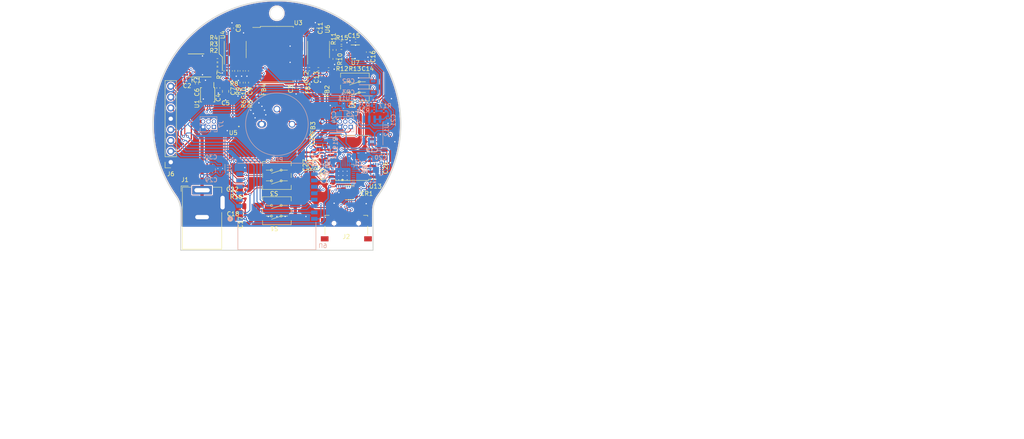
<source format=kicad_pcb>
(kicad_pcb (version 20221018) (generator pcbnew)
  (layers (0 "F.Cu" mixed) (1 "In1.Cu" mixed) (2 "In2.Cu" mixed) (31 "B.Cu" mixed) (34 "B.Paste" user) (35 "F.Paste" user) (36 "B.SilkS" user "B.Silkscreen") (37 "F.SilkS" user "F.Silkscreen") (38 "B.Mask" user) (39 "F.Mask" user) (44 "Edge.Cuts" user))
  (net 0 "")
  (net 1 "3.3V")
  (net 2 "GND")
  (net 3 "CC1")
  (net 4 "D+")
  (net 5 "D-")
  (net 6 "CC2")
  (net 7 "Net-(U2-~{RST})")
  (net 8 "RTS")
  (net 9 "DTR")
  (net 26 "ESP_TXD")
  (net 27 "ESP_RXD")
  (net 29 "GPIO9")
  (net 30 "ESP_EN")
  (net 31 "INT")
  (net 32 "SCL")
  (net 33 "SDA")
  (net 34 "LED_REF")
  (net 35 "5V")
  (net 36 "Sensor_Analog")
  (net 37 "+Vs_For_Lock_in")
  (net 38 "-Vs_For_Lock_in")
  (net 39 "The_better_5V")
  (net 40 "The_better_GND")
  (net 41 "Net-(PD1-An)")
  (net 42 "Sensor_Second_stage")
  (net 43 "ESP_ADC")
  (net 44 "Sensor_First_stage")
  (net 47 "GPIO1")
  (net 48 "Mux_Sel_A")
  (net 51 "ESP_PWM_DIM")
  (net 52 "NeopixelLED")
  (net 53 "VBUS")
  (net 54 "-VBUS")
  (net 55 "Mux_Sel_B")
  (net 56 "5V_SDA")
  (net 57 "5V_SCL")
  (net 58 "EPOT_w")
  (net 59 "Net-(IC1-IA0)")
  (net 60 "Net-(IC1-IA1)")
  (net 61 "Net-(IC1-IA2)")
  (net 62 "USBC_VBUS")
  (net 63 "Op1_RG_a")
  (net 64 "Net-(U4--IN)")
  (net 65 "Net-(C12-Pad1)")
  (net 66 "Net-(U6-+IN)")
  (net 67 "Net-(U13-CAP-)")
  (net 68 "Net-(U13-CAP+)")
  (net 69 "Net-(U13-FB{slash}SD)")
  (net 71 "Net-(U3-SEL_A)")
  (net 72 "Net-(U4-+IN)")
  (net 73 "Net-(U6--IN)")
  (net 74 "Net-(U6-OUT)")
  (net 75 "Net-(U12-EN)")
  (net 76 "Net-(U10-B2)")
  (net 77 "Net-(U10-B1)")
  (net 78 "Net-(U13-VREF)")
  (net 85 "Net-(U3-CHA-)")
  (net 100 "Net-(U1-EXT_CAP)")
  (net 101 "EPOT_a")
  (footprint "Inductor_SMD:L_0402_1005Metric" (layer "F.Cu") (at 11.6 -10.1 90)
    (fp_text reference "FB2")
    (fp_text value "1k @ 100MHz")
  )
  (footprint "ESP32Sensor-Custom_Footprints:219-2MSTR" (layer "F.Cu") (at 18.25 -8.7 180)
    (fp_text reference "S2")
    (fp_text value "219-2MSTR")
  )
  (footprint "Package_SO:MSOP-10_3x3mm_P0.5mm" (layer "F.Cu") (at -16.2 -6.9 -90)
    (fp_text reference "U1")
    (fp_text value "AD5274BRMZ-100")
  )
  (footprint "Resistor_SMD:R_0402_1005Metric" (layer "F.Cu") (at -8.25 -9.75 90)
    (fp_text reference "R6")
    (fp_text value "2.2k")
  )
  (footprint "Capacitor_SMD:C_0402_1005Metric" (layer "F.Cu") (at -7 -12.5 90)
    (fp_text reference "C9")
    (fp_text value "100nF")
  )
  (footprint "Capacitor_SMD:C_0805_2012Metric" (layer "F.Cu") (at -8.6 19.2)
    (fp_text reference "C18")
    (fp_text value "10uF")
  )
  (footprint "Capacitor_SMD:C_0402_1005Metric" (layer "F.Cu") (at -18.7 -9.5 -90)
    (fp_text reference "C6")
    (fp_text value "1uF")
  )
  (footprint "Capacitor_SMD:C_0402_1005Metric" (layer "F.Cu") (at 18.4 -19.6)
    (fp_text reference "C15")
    (fp_text value "1uF")
  )
  (footprint "Package_SO:SOIC-8_3.9x4.9mm_P1.27mm" (layer "F.Cu") (at -9.75 -17.5 90)
    (fp_text reference "U4")
    (fp_text value "AD620ARZ-REEL7")
  )
  (footprint "Resistor_SMD:R_0402_1005Metric" (layer "F.Cu") (at -9.5 -12.5 90)
    (fp_text reference "R9")
    (fp_text value "15k")
  )
  (footprint "ESP32Sensor-Custom_Footprints:TYPEC-304S-ACP16" (layer "F.Cu") (at 16.25 26.8346)
    (fp_text reference "J2")
    (fp_text value "12401598E4-2A")
  )
  (footprint "Package_SO:QSOP-16_3.9x4.9mm_P0.635mm" (layer "F.Cu") (at -18.9 -13.8 180)
    (fp_text reference "IC1")
    (fp_text value "PI3CH281QEX")
  )
  (footprint "Capacitor_SMD:C_0402_1005Metric" (layer "F.Cu") (at 4.5 -8.4 -90)
    (fp_text reference "C3")
    (fp_text value "100nF")
  )
  (footprint "Capacitor_SMD:C_0402_1005Metric" (layer "F.Cu") (at -10.5 -22.5 90)
    (fp_text reference "C8")
    (fp_text value "100nF")
  )
  (footprint "Resistor_SMD:R_0402_1005Metric" (layer "F.Cu") (at 7.6 -12.9)
    (fp_text reference "R12")
    (fp_text value "1Meg")
  )
  (footprint "Resistor_SMD:R_0402_1005Metric" (layer "F.Cu") (at -13.9 -13 180)
    (fp_text reference "R2")
    (fp_text value "590")
  )
  (footprint "Capacitor_SMD:C_0402_1005Metric" (layer "F.Cu") (at 9 -22.5 -90)
    (fp_text reference "C11")
    (fp_text value "100nF")
  )
  (footprint "Capacitor_SMD:C_0402_1005Metric" (layer "F.Cu") (at 8.1 -11.2 -90)
    (fp_text reference "C12")
    (fp_text value "100nF")
  )
  (footprint "Resistor_SMD:R_0402_1005Metric" (layer "F.Cu") (at -13.9 -14 180)
    (fp_text reference "R3")
    (fp_text value "1670")
  )
  (footprint "Resistor_SMD:R_0402_1005Metric" (layer "F.Cu") (at 15.1 -17.9)
    (fp_text reference "R14" hide)
    (fp_text value "20k")
  )
  (footprint "Package_SO:SOIC-8_3.9x4.9mm_P1.27mm" (layer "F.Cu") (at 9.75 -17.5 90)
    (fp_text reference "U6")
    (fp_text value "OP27GSZ-REEL7")
  )
  (footprint "Resistor_SMD:R_0402_1005Metric" (layer "F.Cu") (at 13.5 -17.4 90)
    (fp_text reference "R11")
    (fp_text value "6.3k")
  )
  (footprint "Resistor_SMD:R_0402_1005Metric" (layer "F.Cu") (at 10 7.5 180)
    (fp_text reference "R22")
    (fp_text value "20k")
  )
  (footprint "footprints:SOT23-6L_MCC" (layer "F.Cu") (at 17 16)
    (fp_text reference "CR1")
    (fp_text value "SRV05-4L-TP")
  )
  (footprint "Resistor_SMD:R_0402_1005Metric" (layer "F.Cu") (at 9.7 -12.9)
    (fp_text reference "R13")
    (fp_text value "1Meg")
  )
  (footprint "ESP32Sensor-Custom_Footprints:219-2MSTR" (layer "F.Cu") (at 0 20.25 180)
    (fp_text reference "S1")
    (fp_text value "219-2MSTR")
  )
  (footprint "Inductor_SMD:L_0402_1005Metric" (layer "F.Cu") (at -4.4 -7.1 -90)
    (fp_text reference "FB4")
    (fp_text value "1k @ 100MHz")
  )
  (footprint "Capacitor_SMD:C_0402_1005Metric" (layer "F.Cu") (at -7.85 15.3)
    (fp_text reference "C22")
    (fp_text value "1uF")
  )
  (footprint "Connector_PinSocket_2.54mm:PinSocket_1x08_P2.54mm_Vertical" (layer "F.Cu") (at -24.825 8.875 180)
    (fp_text reference "J6")
    (fp_text value "Conn_01x08")
  )
  (footprint "Resistor_SMD:R_0402_1005Metric" (layer "F.Cu") (at -13.9 -15 180)
    (fp_text reference "R4")
    (fp_text value "5490")
  )
  (footprint "Capacitor_SMD:C_0402_1005Metric" (layer "F.Cu") (at 10.2 -11.2 -90)
    (fp_text reference "C13")
    (fp_text value "100nF")
  )
  (footprint "footprints:4492_ADA" (layer "F.Cu") (at -10.95 0.05 180)
    (fp_text reference "U5")
    (fp_text value "4492")
  )
  (footprint "Capacitor_SMD:C_0402_1005Metric" (layer "F.Cu") (at 6.9 7.05 -90)
    (fp_text reference "C27")
    (fp_text value "0.002uF")
  )
  (footprint "Capacitor_SMD:C_0402_1005Metric" (layer "F.Cu") (at -10.75 -12.5 90)
    (fp_text reference "C7")
    (fp_text value "100nF")
  )
  (footprint "Capacitor_SMD:C_0402_1005Metric" (layer "F.Cu") (at -13.7 -8.5 90)
    (fp_text reference "C4")
    (fp_text value "100nF")
  )
  (footprint "Capacitor_SMD:C_0402_1005Metric" (layer "F.Cu") (at 12.1 -12.9)
    (fp_text reference "C14")
    (fp_text value "100nF")
  )
  (footprint "Capacitor_SMD:C_0402_1005Metric" (layer "F.Cu") (at -8.25 -12.5 90)
    (fp_text reference "C10")
    (fp_text value "100nF")
  )
  (footprint "Resistor_SMD:R_0402_1005Metric" (layer "F.Cu") (at 15.1 -19.1 180)
    (fp_text reference "R15")
    (fp_text value "10k")
  )
  (footprint "Package_SO:SOIC-20W_7.5x12.8mm_P1.27mm" (layer "F.Cu") (at 0 -16.4)
    (fp_text reference "U3")
    (fp_text value "AD630ARZ")
  )
  (footprint "Resistor_SMD:R_0402_1005Metric" (layer "F.Cu") (at -7.4 16.9 90)
    (fp_text reference "R16")
    (fp_text value "10k")
  )
  (footprint "Package_DFN_QFN:DFN-8-1EP_2x3mm_P0.5mm_EP0.61x2.2mm" (layer "F.Cu") (at 18.347599 -16.949999 180)
    (fp_text reference "U7")
    (fp_text value "LTC2453IDDB-TRMPBF")
  )
  (footprint "Resistor_SMD:R_0402_1005Metric" (layer "F.Cu") (at -7 -9.75 90)
    (fp_text reference "R5")
    (fp_text value "15k")
  )
  (footprint "Capacitor_SMD:C_0402_1005Metric" (layer "F.Cu") (at 10.5 9.3 -90)
    (fp_text reference "C23")
    (fp_text value "2.2uF")
  )
  (footprint "Capacitor_SMD:C_0805_2012Metric" (layer "F.Cu") (at 25.2 7 -90)
    (fp_text reference "C26")
    (fp_text value "10uF")
  )
  (footprint "Connector_BarrelJack:BarrelJack_GCT_DCJ200-10-A_Horizontal" (layer "F.Cu") (at -17.5 15.45)
    (fp_text reference "J1")
    (fp_text value "PJ-036AH-SMT-TR")
  )
  (footprint "Resistor_SMD:R_0402_1005Metric" (layer "F.Cu") (at -11.25 -10.75 180)
    (fp_text reference "R8")
    (fp_text value "15k")
  )
  (footprint "ESP32Sensor-Custom_Footprints:219-2MSTR" (layer "F.Cu") (at 0 12 180)
    (fp_text reference "S3")
    (fp_text value "219-2MSTR")
  )
  (footprint "Package_SO:SOIC-16W_7.5x10.3mm_P1.27mm" (layer "F.Cu") (at 17.6 7.9 180)
    (fp_text reference "U13")
    (fp_text value "LT1054IDWR")
  )
  (footprint "Capacitor_SMD:C_0805_2012Metric" (layer "F.Cu") (at 10 4.9 90)
    (fp_text reference "C28")
    (fp_text value "100uF")
  )
  (footprint "Resistor_SMD:R_0402_1005Metric" (layer "F.Cu") (at -12 -12.5 -90)
    (fp_text reference "R7")
    (fp_text value "10k")
  )
  (footprint "Resistor_SMD:R_0402_1005Metric" (layer "F.Cu") (at 13.5 -15.3 90)
    (fp_text reference "R10")
    (fp_text value "5.6k")
  )
  (footprint "Capacitor_SMD:C_0402_1005Metric" (layer "F.Cu") (at -7.9 21)
    (fp_text reference "C17")
    (fp_text value "100nF")
  )
  (footprint "Capacitor_SMD:C_0805_2012Metric" (layer "F.Cu") (at -12 -7.7 90)
    (fp_text reference "C5")
    (fp_text value "10uF")
  )
  (footprint "Inductor_SMD:L_0402_1005Metric" (layer "F.Cu") (at 5.8 -8.4 90)
    (fp_text reference "FB1")
    (fp_text value "1k @ 100MHz")
  )
  (footprint "Capacitor_SMD:C_0402_1005Metric" (layer "F.Cu") (at 21.3 -16.9 90)
    (fp_text reference "C16")
    (fp_text value "100nF")
  )
  (footprint "Capacitor_SMD:C_0402_1005Metric" (layer "F.Cu") (at -21.1 -10.4)
    (fp_text reference "C2")
    (fp_text value "100nF")
  )
  (footprint "Resistor_SMD:R_0402_1005Metric" (layer "F.Cu") (at 8.2 7.05 -90)
    (fp_text reference "R23")
    (fp_text value "220k")
  )
  (footprint "Inductor_SMD:L_0402_1005Metric" (layer "F.Cu") (at 6.5 0 180)
    (fp_text reference "FB3")
    (fp_text value "1k @ 100MHz")
  )
  (footprint "Capacitor_SMD:C_0805_2012Metric" (layer "B.Cu") (at 19 7.5)
    (fp_text reference "C1")
    (fp_text value "10uF")
  )
  (footprint "footprints:SOD123_FAS" (layer "B.Cu") (at 20.8 -10.05 180)
    (fp_text reference "CR2")
    (fp_text value "MMSZ5231B" hide)
  )
  (footprint "Resistor_SMD:R_0402_1005Metric" (layer "B.Cu") (at 19.5 10.5 90)
    (fp_text reference "R1")
    (fp_text value "1k")
  )
  (footprint "footprints:SOT6_BC846AS-7_DIO" (layer "B.Cu") (at 11.25 6.5 90)
    (fp_text reference "U10")
    (fp_text value "BC846AS-7")
  )
  (footprint "Resistor_SMD:R_0402_1005Metric" (layer "B.Cu") (at 22.75 -4.35)
    (fp_text reference "R21")
    (fp_text value "500")
  )
  (footprint "Package_SON:WSON-6-1EP_2x2mm_P0.65mm_EP1x1.6mm_ThermalVias" (layer "B.Cu") (at -13.25 10.35625 -90)
    (fp_text reference "U14")
    (fp_text value "TLV76733DRVx")
  )
  (footprint "Resistor_SMD:R_0402_1005Metric" (layer "B.Cu") (at 8.8 6.5 -90)
    (fp_text reference "R18")
    (fp_text value "10k")
  )
  (footprint "TestPoint:TestPoint_Pad_D1.0mm" (layer "B.Cu") (at 11 11.2 180)
    (fp_text reference "TP1")
    (fp_text value "TestPoint")
  )
  (footprint "TestPoint:TestPoint_Pad_D1.0mm" (layer "B.Cu") (at 11 13.2 180)
    (fp_text reference "TP2")
    (fp_text value "TestPoint")
  )
  (footprint "Package_SON:WSON-6-1EP_2x2mm_P0.65mm_EP1x1.6mm_ThermalVias" (layer "B.Cu") (at 15.6 -4.3 180)
    (fp_text reference "U11")
    (fp_text value "TLV76750DRVx")
  )
  (footprint "Resistor_SMD:R_0402_1005Metric" (layer "B.Cu") (at 25 -3.1 180)
    (fp_text reference "R17")
    (fp_text value "200k")
  )
  (footprint "Capacitor_SMD:C_0402_1005Metric" (layer "B.Cu") (at -15.4 11.35 90)
    (fp_text reference "C29")
    (fp_text value "1uF")
  )
  (footprint "Package_DFN_QFN:WQFN-14-1EP_2.5x2.5mm_P0.5mm_EP1.45x1.45mm" (layer "B.Cu") (at 23.15113 10.66 -90)
    (fp_text reference "U8")
    (fp_text value "FUSB302B11MPX")
  )
  (footprint "footprints:SOD123_DIO" (layer "B.Cu") (at 20.8 -7.45 180)
    (fp_text reference "CR3")
    (fp_text value "MMSZ5226B-7-F" hide)
  )
  (footprint "Package_SO:SO-8_3.9x4.9mm_P1.27mm" (layer "B.Cu") (at 22.25 1.4 90)
    (fp_text reference "U12")
    (fp_text value "PCA9306D")
  )
  (footprint "Capacitor_SMD:C_0402_1005Metric" (layer "B.Cu") (at 17.9125 -3.95 -90)
    (fp_text reference "C25")
    (fp_text value "2.2uF")
  )
  (footprint "Capacitor_SMD:C_0402_1005Metric" (layer "B.Cu") (at 22.25 8.0225 180)
    (fp_text reference "C20")
    (fp_text value "200pF")
  )
  (footprint "Resistor_SMD:R_0402_1005Metric" (layer "B.Cu") (at 13.7 6.5 -90)
    (fp_text reference "R19")
    (fp_text value "10k")
  )
  (footprint "Connector_PinHeader_1.27mm:PinHeader_2x03_P1.27mm_Vertical" (layer "B.Cu") (at 17.275 0.625 90)
    (fp_text reference "J4")
    (fp_text value "Conn_02x03_Odd_Even")
  )
  (footprint "Capacitor_SMD:C_0402_1005Metric" (layer "B.Cu") (at 26 -1.4 -90)
    (fp_text reference "C21")
    (fp_text value "1uF")
  )
  (footprint "Package_DFN_QFN:QFN-28-1EP_5x5mm_P0.5mm_EP3.35x3.35mm_ThermalVias" (layer "B.Cu") (at 15.45 12 -90)
    (fp_text reference "U2")
    (fp_text value "CP2102N-Axx-xQFN28")
  )
  (footprint "Capacitor_SMD:C_0402_1005Metric" (layer "B.Cu") (at 13.3125 -3.95 90)
    (fp_text reference "C24")
    (fp_text value "1uF")
  )
  (footprint "Connector_PinHeader_1.27mm:PinHeader_2x03_P1.27mm_Vertical" (layer "B.Cu") (at -14.725 0.625 90)
    (fp_text reference "J7")
    (fp_text value "Conn_02x03_Odd_Even")
  )
  (footprint "Capacitor_SMD:C_0402_1005Metric" (layer "B.Cu") (at 23.05113 13.2225 180)
    (fp_text reference "C19")
    (fp_text value "200pF")
  )
  (footprint "Resistor_SMD:R_0402_1005Metric" (layer "B.Cu") (at 22.75 -3.1)
    (fp_text reference "R20")
    (fp_text value "500")
  )
  (footprint "Package_TO_SOT_THT:TO-8-3_Window" (layer "B.Cu") (at -3.55 -0.01)
    (fp_text reference "PD1")
    (fp_text value "~")
  )
  (footprint "footprints:IC18_ESP32-C3-WROOM-02-N4_EXP" (layer "B.Cu") (at 0 19.25)
    (fp_text reference "U9")
    (fp_text value "ESP32-C3-WROOM-02-N4")
  )
  (footprint "Capacitor_SMD:C_0402_1005Metric" (layer "B.Cu") (at -15.4 9.35625 -90)
    (fp_text reference "C30")
    (fp_text value "2.2uF")
  )
  (gr_line (start -13.5 -16.5) (end -12.75 -15.75) (stroke (width 0.15)) (layer "F.SilkS"))
  (gr_line (start -13.5 -20.75) (end -13.5 -16.5) (stroke (width 0.15)) (layer "F.SilkS"))
  (gr_line (start -12.75 -15.75) (end -12.75 -12.5) (stroke (width 0.15)) (layer "F.SilkS"))
  (gr_arc (start 22.5 20.31625) (mid 22.785357 18.487901) (end 23.614286 16.833464) (stroke (width 0.2)) (layer "Edge.Cuts"))
  (gr_line (start 22.5 29.5) (end 22.5 20.31625) (stroke (width 0.2)) (layer "Edge.Cuts"))
  (gr_line (start -22.5 20.31625) (end -22.5 29.5) (stroke (width 0.2)) (layer "Edge.Cuts"))
  (gr_circle (center 0 -26) (end 1.6 -26) (stroke (width 0.1)) (fill none) (layer "Edge.Cuts"))
  (gr_line (start -22.5 29.5) (end 22.5 29.5) (stroke (width 0.2)) (layer "Edge.Cuts"))
  (gr_arc (start -23.614286 16.833464) (mid 0 -29) (end 23.614286 16.833464) (stroke (width 0.2)) (layer "Edge.Cuts"))
  (gr_arc (start -23.614286 16.833464) (mid -22.785356 18.487901) (end -22.5 20.31625) (stroke (width 0.2)) (layer "Edge.Cuts"))
  (segment (start -20.75 -6.1) (end -21.58 -6.93) (width 0.3048) (layer "F.Cu") (net 1))
  (segment (start 24.45 9.15) (end 26.05 9.15) (width 0.3048) (layer "F.Cu") (net 1))
  (segment (start -21.58 -6.93) (end -21.58 -10.4) (width 0.3048) (layer "F.Cu") (net 1))
  (segment (start -7.42 21) (end -7.42 22.08) (width 0.3048) (layer "F.Cu") (net 1))
  (segment (start -20 -0.45) (end -20.75 -1.2) (width 0.3048) (layer "F.Cu") (net 1))
  (segment (start -7.4 17.41) (end -8.49 17.41) (width 0.3048) (layer "F.Cu") (net 1))
  (segment (start -24.825 6.335) (end -22.935 6.335) (width 0.3048) (layer "F.Cu") (net 1))
  (segment (start -16.32375 12.02625) (end -16.32375 8.87625) (width 0.3048) (layer "F.Cu") (net 1))
  (segment (start 14.0669 14.1) (end 18.0331 14.1) (width 0.3048) (layer "F.Cu") (net 1))
  (segment (start 14.03345 14.13345) (end 14.0669 14.1) (width 0.3048) (layer "F.Cu") (net 1))
  (segment (start -7.4 17.41) (end -7.4 17.9) (width 0.3048) (layer "F.Cu") (net 1))
  (segment (start -14.95 13.4) (end -16.32375 12.02625) (width 0.3048) (layer "F.Cu") (net 1))
  (segment (start -7.42 19.43) (end -7.65 19.2) (width 0.3048) (layer "F.Cu") (net 1))
  (segment (start 23.95 13.25) (end 24.45 12.75) (width 0.3048) (layer "F.Cu") (net 1))
  (segment (start 26.55 8.65) (end 26.55 2.4) (width 0.3048) (layer "F.Cu") (net 1))
  (segment (start 12.35 14.6) (end 13.5669 14.6) (width 0.3048) (layer "F.Cu") (net 1))
  (segment (start 26.05 9.15) (end 26.55 8.65) (width 0.3048) (layer "F.Cu") (net 1))
  (segment (start -7.4 17.9) (end -7.65 18.15) (width 0.3048) (layer "F.Cu") (net 1))
  (segment (start -21.58 -10.4) (end -21.58 -11.543) (width 0.3048) (layer "F.Cu") (net 1))
  (segment (start -7.65 19.2) (end -7.65 18.15) (width 0.3048) (layer "F.Cu") (net 1))
  (segment (start 16.9 7.95) (end 18.8831 9.9331) (width 0.3048) (layer "F.Cu") (net 1))
  (segment (start 19.6 14.1) (end 20.45 13.25) (width 0.3048) (layer "F.Cu") (net 1))
  (segment (start -8.49 17.41) (end -12.5 13.4) (width 0.3048) (layer "F.Cu") (net 1))
  (segment (start -20 3.4) (end -20 -0.45) (width 0.3048) (layer "F.Cu") (net 1))
  (segment (start -22.935 6.335) (end -20 3.4) (width 0.3048) (layer "F.Cu") (net 1))
  (segment (start 12.35 14.6) (end 12.7669 14.6) (width 0.3048) (layer "F.Cu") (net 1))
  (segment (start 20.45 13.25) (end 20.45 11.5) (width 0.3048) (layer "F.Cu") (net 1))
  (segment (start 20.45 13.25) (end 23.95 13.25) (width 0.3048) (layer "F.Cu") (net 1))
  (segment (start -7.42 22.08) (end -7.4 22.1) (width 0.3048) (layer "F.Cu") (net 1))
  (segment (start 18.0331 14.1) (end 19.6 14.1) (width 0.3048) (layer "F.Cu") (net 1))
  (segment (start 16.9 7.5) (end 16.9 7.95) (width 0.3048) (layer "F.Cu") (net 1))
  (segment (start -21.58 -11.543) (end -21.615 -11.578) (width 0.3048) (layer "F.Cu") (net 1))
  (segment (start -12.5 13.4) (end -14.95 13.4) (width 0.3048) (layer "F.Cu") (net 1))
  (segment (start -7.42 21) (end -7.42 19.43) (width 0.3048) (layer "F.Cu") (net 1))
  (segment (start 24.45 12.75) (end 24.45 9.15) (width 0.3048) (layer "F.Cu") (net 1))
  (segment (start 20.45 11.5) (end 18.8831 9.9331) (width 0.3048) (layer "F.Cu") (net 1))
  (segment (start 13.5669 14.6) (end 14.03345 14.13345) (width 0.3048) (layer "F.Cu") (net 1))
  (segment (start -20.75 -1.2) (end -20.75 -6.1) (width 0.3048) (layer "F.Cu") (net 1))
  (via (at 26.55 2.4) (size 0.762) (drill 0.3048) (layers "F.Cu" "B.Cu") (net 1))
  (via (at 12.35 14.6) (size 0.762) (drill 0.3048) (layers "F.Cu" "B.Cu") (net 1))
  (via (at 16.9 7.5) (size 0.762) (drill 0.3048) (layers "F.Cu" "B.Cu") (net 1))
  (via (at -7.4 22.1) (size 0.762) (drill 0.3048) (layers "F.Cu" "B.Cu") (net 1))
  (via (at -16.32375 8.87625) (size 0.762) (drill 0.3048) (layers "F.Cu" "B.Cu") (net 1))
  (via (at 24.45 9.15) (size 0.762) (drill 0.3048) (layers "F.Cu" "B.Cu") (net 1))
  (segment (start 22.885 3.975) (end 22.885 4.685) (width 0.3048) (layer "B.Cu") (net 1))
  (segment (start 17.275 -0.645) (end 17.982106 -0.645) (width 0.3048) (layer "B.Cu") (net 1))
  (segment (start 12 14.95) (end 12.35 14.6) (width 0.3048) (layer "B.Cu") (net 1))
  (segment (start 20.09 9.99) (end 19.5 9.99) (width 0.3048) (layer "B.Cu") (net 1))
  (segment (start -13.25 9.46875) (end -13.9 9.46875) (width 0.3048) (layer "B.Cu") (net 1))
  (segment (start -15.4 8.87625) (end -14.4925 8.87625) (width 0.3048) (layer "B.Cu") (net 1))
  (segment (start 23.57 1.5) (end 22.885 2.185) (width 0.3048) (layer "B.Cu") (net 1))
  (segment (start -6.4 23.1) (end 10.45 23.1) (width 0.3048) (layer "B.Cu") (net 1))
  (segment (start 10.8 22.75) (end 11.05 22.5) (width 0.3048) (layer "B.Cu") (net 1))
  (segment (start 18.99 10.5) (end 19.5 9.99) (width 0.3048) (layer "B.Cu") (net 1))
  (segment (start -16.32375 8.87625) (end -17.65 7.55) (width 0.3048) (layer "B.Cu") (net 1))
  (segment (start 24 1.5) (end 25.65 1.5) (width 0.3048) (layer "B.Cu") (net 1))
  (segment (start 11.05 18.35) (end 12 17.4) (width 0.3048) (layer "B.Cu") (net 1))
  (segment (start 10.45 23.1) (end 10.8 22.75) (width 0.3048) (layer "B.Cu") (net 1))
  (segment (start 12 17.4) (end 12 14.95) (width 0.3048) (layer "B.Cu") (net 1))
  (segment (start 21.88863 10.41) (end 21.88863 10.91) (width 0.3048) (layer "B.Cu") (net 1))
  (segment (start -14.4925 8.87625) (end -13.9 9.46875) (width 0.3048) (layer "B.Cu") (net 1))
  (segment (start 17.982106 -0.645) (end 19.527106 0.9) (width 0.3048) (layer "B.Cu") (net 1))
  (segment (start -6.675 22.825) (end -6.4 23.1) (width 0.3048) (layer "B.Cu") (net 1))
  (segment (start 24 1.5) (end 23.57 1.5) (width 0.3048) (layer "B.Cu") (net 1))
  (segment (start -7.455087 22.155087) (end -7.4 22.1) (width 0.3048) (layer "B.Cu") (net 1))
  (segment (start 21.88863 10.41) (end 20.51 10.41) (width 0.3048) (layer "B.Cu") (net 1))
  (segment (start 19.527106 0.9) (end 21.6 0.9) (width 0.3048) (layer "B.Cu") (net 1))
  (segment (start 17.9 10.5) (end 18.99 10.5) (width 0.3048) (layer "B.Cu") (net 1))
  (segment (start 25.65 1.5) (end 26.55 2.4) (width 0.3048) (layer "B.Cu") (net 1))
  (segment (start -15.4 8.87625) (end -16.32375 8.87625) (width 0.3048) (layer "B.Cu") (net 1))
  (segment (start -7.4 22.1) (end -6.675 22.825) (width 0.3048) (layer "B.Cu") (net 1))
  (segment (start -22.435 7.55) (end -23.65 6.335) (width 0.3048) (layer "B.Cu") (net 1))
  (segment (start 20.51 10.41) (end 20.09 9.99) (width 0.3048) (layer "B.Cu") (net 1))
  (segment (start -17.65 7.55) (end -22.435 7.55) (width 0.3048) (layer "B.Cu") (net 1))
  (segment (start 22.885 2.185) (end 22.885 3.975) (width 0.3048) (layer "B.Cu") (net 1))
  (segment (start -23.65 6.335) (end -24.825 6.335) (width 0.3048) (layer "B.Cu") (net 1))
  (segment (start -8.75 22.155087) (end -7.455087 22.155087) (width 0.3048) (layer "B.Cu") (net 1))
  (segment (start 11.05 22.5) (end 11.05 18.35) (width 0.3048) (layer "B.Cu") (net 1))
  (segment (start 21.6 0.9) (end 22.885 2.185) (width 0.3048) (layer "B.Cu") (net 1))
  (segment (start -8.25 -10.26) (end -8.99 -10.26) (width 0.2286) (layer "F.Cu") (net 2))
  (segment (start -17.378 -16.022) (end -17.4 -16) (width 0.2286) (layer "F.Cu") (net 2))
  (segment (start -17.1906 -5.8906) (end -17.2 -5.9) (width 0.2286) (layer "F.Cu") (net 2))
  (segment (start 18.347599 -16.949999) (end 18.347599 -15.447599) (width 0.2286) (layer "F.Cu") (net 2))
  (segment (start 12.58 -12.9) (end 13.4 -12.9) (width 0.2286) (layer "F.Cu") (net 2))
  (segment (start 18.347599 -18.447599) (end 18.4 -18.5) (width 0.2286) (layer "F.Cu") (net 2))
  (segment (start -16.185 -11.578) (end -17.378 -11.578) (width 0.2286) (layer "F.Cu") (net 2))
  (segment (start -12 -11.99) (end -12.74 -11.99) (width 0.2286) (layer "F.Cu") (net 2))
  (segment (start -8.99 -10.26) (end -9 -10.25) (width 0.2286) (layer "F.Cu") (net 2))
  (segment (start -18.7 -9.98) (end -18.7 -10.7) (width 0.2286) (layer "F.Cu") (net 2))
  (segment (start -20.62 -10.4) (end -19.8 -10.4) (width 0.2286) (layer "F.Cu") (net 2))
  (segment (start 10.5 8.82) (end 11.27 8.82) (width 0.2032) (layer "F.Cu") (net 2))
  (segment (start -7 -12.02) (end -7 -11.25) (width 0.2286) (layer "F.Cu") (net 2))
  (segment (start 22.1212 7.265) (end 23.215 7.265) (width 0.2032) (layer "F.Cu") (net 2))
  (segment (start 13.5 -14.79) (end 13.5 -14) (width 0.2286) (layer "F.Cu") (net 2))
  (segment (start 15.61 -19.1) (end 16.4 -19.1) (width 0.2286) (layer "F.Cu") (net 2))
  (segment (start -11.573001 0.525) (end -11.573001 1.473001) (width 0.2286) (layer "F.Cu") (net 2))
  (segment (start 19.3 -16.2) (end 18.347599 -16.2) (width 0.2286) (layer "F.Cu") (net 2))
  (segment (start 15.5776 16) (end 14.5 16) (width 0.2286) (layer "F.Cu") (net 2))
  (segment (start 10 3.95) (end 10 2.9) (width 0.2032) (layer "F.Cu") (net 2))
  (segment (start 17.92 -19.6) (end 17.1 -19.6) (width 0.2286) (layer "F.Cu") (net 2))
  (segment (start 9 -22.98) (end 9 -23.8) (width 0.2286) (layer "F.Cu") (net 2))
  (segment (start -16.185 -16.022) (end -17.378 -16.022) (width 0.2286) (layer "F.Cu") (net 2))
  (segment (start -17.1906 -4.7156) (end -17.1906 -5.8906) (width 0.2286) (layer "F.Cu") (net 2))
  (segment (start 22.1212 7.265) (end 21.365 7.265) (width 0.2032) (layer "F.Cu") (net 2))
  (segment (start -12 -6.75) (end -12 -5.7) (width 0.2286) (layer "F.Cu") (net 2))
  (segment (start -8.25 -12.02) (end -8.25 -11.25) (width 0.2286) (layer "F.Cu") (net 2))
  (segment (start 4.65 -18.305) (end 3.1 -18.3) (width 0.2286) (layer "F.Cu") (net 2))
  (segment (start -9.5 -11.99) (end -9.5 -11.25) (width 0.2286) (layer "F.Cu") (net 2))
  (segment (start -7.845 -21.355) (end -7.8 -21.4) (width 0.2286) (layer "F.Cu") (net 2))
  (segment (start -10.5 -22.98) (end -10.5 -23.75) (width 0.2286) (layer "F.Cu") (net 2))
  (segment (start 18.347599 -16.2) (end 18.347599 -16.949999) (width 0.2286) (layer "F.Cu") (net 2))
  (segment (start -11.573001 1.473001) (end -11.6 1.5) (width 0.2286) (layer "F.Cu") (net 2))
  (segment (start 11.27 8.82) (end 11.3 8.85) (width 0.2032) (layer "F.Cu") (net 2))
  (segment (start 19.3 -16.199998) (end 19.3 -16.2) (width 0.2286) (layer "F.Cu") (net 2))
  (segment (start 21.3 -16.42) (end 21.3 -15.7) (width 0.2286) (layer "F.Cu") (net 2))
  (segment (start 4.65 -14.495) (end 3.1 -14.5) (width 0.2286) (layer "F.Cu") (net 2))
  (segment (start 21.365 7.265) (end 20.8 6.7) (width 0.2032) (layer "F.Cu") (net 2))
  (segment (start 18.347599 -16.949999) (end 18.347599 -18.447599) (width 0.2286) (layer "F.Cu") (net 2))
  (segment (start -13.7 -8.02) (end -13.7 -7.3) (width 0.2286) (layer "F.Cu") (net 2))
  (segment (start 4.5 -7.92) (end 4.5 -7.1) (width 0.2032) (layer "F.Cu") (net 2))
  (segment (start -16.708 -9.0844) (end -16.708 -10.292) (width 0.2286) (layer "F.Cu") (net 2))
  (segment (start -17.378 -11.578) (end -17.4 -11.6) (width 0.2286) (layer "F.Cu") (net 2))
  (segment (start 8.1 -10.72) (end 8.1 -9.9) (width 0.2286) (layer "F.Cu") (net 2))
  (segment (start 18.347599 -15.447599) (end 18.3 -15.4) (width 0.2286) (layer "F.Cu") (net 2))
  (segment (start -16.708 -10.292) (end -16.7 -10.3) (width 0.2286) (layer "F.Cu") (net 2))
  (segment (start 10.2 -10.72) (end 10.2 -9.9) (width 0.2286) (layer "F.Cu") (net 2))
  (segment (start -7.845 -19.9638) (end -7.845 -21.355) (width 0.2286) (layer "F.Cu") (net 2))
  (segment (start -12.74 -11.99) (end -12.75 -12) (width 0.2286) (layer "F.Cu") (net 2))
  (via (at -11.6 1.5) (size 0.6) (drill 0.3) (layers "F.Cu" "B.Cu") (net 2))
  (via (at -17.4 -16) (size 0.6) (drill 0.3) (layers "F.Cu" "B.Cu") (net 2))
  (via (at 9 -23.8) (size 0.6) (drill 0.3) (layers "F.Cu" "B.Cu") (net 2))
  (via (at -19.8 -10.4) (size 0.6) (drill 0.3) (layers "F.Cu" "B.Cu") (net 2))
  (via (at -12.75 -12) (size 0.6) (drill 0.3) (layers "F.Cu" "B.Cu") (net 2))
  (via (at 13.5 -14) (size 0.6) (drill 0.3) (layers "F.Cu" "B.Cu") (net 2))
  (via (at 12.5 -4.4) (size 0.6) (drill 0.3) (layers "F.Cu" "B.Cu") (net 2))
  (via (at -2.9 -3.3) (size 0.6) (drill 0.3) (layers "F.Cu" "B.Cu") (net 2))
  (via (at 13.4 18.5) (size 0.6) (drill 0.3) (layers "F.Cu" "B.Cu") (net 2))
  (via (at 20.8 6.7) (size 0.6) (drill 0.3) (layers "F.Cu" "B.Cu") (net 2))
  (via (at 10.2 -9.9) (size 0.6) (drill 0.3) (layers "F.Cu" "B.Cu") (net 2))
  (via (at 19.1 -10.85) (size 0.6) (drill 0.3) (layers "F.Cu" "B.Cu") (net 2))
  (via (at 19.1 -8.25) (size 0.6) (drill 0.3) (layers "F.Cu" "B.Cu") (net 2))
  (via (at -2 21.6) (size 0.6) (drill 0.3) (layers "F.Cu" "B.Cu") (net 2))
  (via (at -13.7 -7.3) (size 0.6) (drill 0.3) (layers "F.Cu" "B.Cu") (net 2))
  (via (at -9 -10.25) (size 0.6) (drill 0.3) (layers "F.Cu" "B.Cu") (net 2))
  (via (at 3.1 -18.3) (size 0.6) (drill 0.3) (layers "F.Cu" "B.Cu") (net 2))
  (via (at 10 2.9) (size 0.6) (drill 0.3) (layers "F.Cu" "B.Cu") (net 2))
  (via (at 24.2 2.4) (size 0.6) (drill 0.3) (layers "F.Cu" "B.Cu") (net 2))
  (via (at -5.1 -1.5) (size 0.6) (drill 0.3) (layers "F.Cu" "B.Cu") (net 2))
  (via (at 17.9 -2.8) (size 0.6) (drill 0.3) (layers "F.Cu" "B.Cu") (net 2))
  (via (at 8.1 -9.9) (size 0.6) (drill 0.3) (layers "F.Cu" "B.Cu") (net 2))
  (via (at -7 -11.25) (size 0.6) (drill 0.3) (layers "F.Cu" "B.Cu") (net 2))
  (via (at -17.2 -5.9) (size 0.6) (drill 0.3) (layers "F.Cu" "B.Cu") (net 2))
  (via (at 18.3 -15.4) (size 0.6) (drill 0.3) (layers "F.Cu" "B.Cu") (net 2))
  (via (at -12 -5.7) (size 0.6) (drill 0.3) (layers "F.Cu" "B.Cu") (net 2))
  (via (at -6.1 -3.3) (size 0.6) (drill 0.3) (layers "F.Cu" "B.Cu") (net 2))
  (via (at 4.5 -7.1) (size 0.6) (drill 0.3) (layers "F.Cu" "B.Cu") (net 2))
  (via (at -17.4 -11.6) (size 0.6) (drill 0.3) (layers "F.Cu" "B.Cu") (net 2))
  (via (at 3.1 -14.5) (size 0.6) (drill 0.3) (layers "F.Cu" "B.Cu") (net 2))
  (via (at -8.25 -11.25) (size 0.6) (drill 0.3) (layers "F.Cu" "B.Cu") (net 2))
  (via (at 27.6 4.1) (size 0.6) (drill 0.3) (layers "F.Cu" "B.Cu") (net 2))
  (via (at -16.7 -10.3) (size 0.6) (drill 0.3) (layers "F.Cu" "B.Cu") (net 2))
  (via (at 17.1 -19.6) (size 0.6) (drill 0.3) (layers "F.Cu" "B.Cu") (net 2))
  (via (at 13.4 -12.9) (size 0.6) (drill 0.3) (layers "F.Cu" "B.Cu") (net 2))
  (via (at 20.9 18.6) (size 0.6) (drill 0.3) (layers "F.Cu" "B.Cu") (net 2))
  (via (at 0 21.6) (size 0.6) (drill 0.3) (layers "F.Cu" "B.Cu") (net 2))
  (via (at -18.7 -10.7) (size 0.6) (drill 0.3) (layers "F.Cu" "B.Cu") (net 2))
  (via (at -5.5 -2.5) (size 0.6) (drill 0.3) (layers "F.Cu" "B.Cu") (net 2))
  (via (at 16.4 -19.1) (size 0.6) (drill 0.3) (layers "F.Cu" "B.Cu") (net 2))
  (via (at 1.95 21.6) (size 0.6) (drill 0.3) (layers "F.Cu" "B.Cu") (net 2))
  (via (at -2.6 -2.2) (size 0.6) (drill 0.3) (layers "F.Cu" "B.Cu") (net 2))
  (via (at -9.1 -6.6) (size 0.6) (drill 0.3) (layers "F.Cu" "B.Cu") (net 2))
  (via (at -10.5 -23.75) (size 0.6) (drill 0.3) (layers "F.Cu" "B.Cu") (net 2))
  (via (at 6.8 21.6) (size 0.6) (drill 0.3) (layers "F.Cu" "B.Cu") (net 2))
  (via (at -4.2 -5) (size 0.6) (drill 0.3) (layers "F.Cu" "B.Cu") (net 2))
  (via (at -3.5 -4.2) (size 0.6) (drill 0.3) (layers "F.Cu" "B.Cu") (net 2))
  (via (at 26 -0.2) (size 0.6) (drill 0.3) (layers "F.Cu" "B.Cu") (net 2))
  (via (at 11.3 8.85) (size 0.6) (drill 0.3) (layers "F.Cu" "B.Cu") (net 2))
  (via (at 14.5 16) (size 0.6) (drill 0.3) (layers "F.Cu" "B.Cu") (net 2))
  (via (at 18.4 -18.5) (size 0.6) (drill 0.3) (layers "F.Cu" "B.Cu") (net 2))
  (via (at -9.5 -11.25) (size 0.6) (drill 0.3) (layers "F.Cu" "B.Cu") (net 2))
  (via (at -7.8 -21.4) (size 0.6) (drill 0.3) (layers "F.Cu" "B.Cu") (net 2))
  (via (at -7.5 10.15) (size 0.6) (drill 0.3) (layers "F.Cu" "B.Cu") (net 2))
  (via (at 26.8 -6) (size 0.6) (drill 0.3) (layers "F.Cu" "B.Cu") (net 2))
  (via (at 21.3 -15.7) (size 0.6) (drill 0.3) (layers "F.Cu" "B.Cu") (net 2))
  (segment (start 16.4875 -3.65) (end 15.7 -3.65) (width 0.2286) (layer "B.Cu") (net 2))
  (segment (start -7.505085 10.155085) (end -7.5 10.15) (width 0.2286) (layer "B.Cu") (net 2))
  (segment (start 17.9125 -3.47) (end 17.9125 -2.8125) (width 0.2286) (layer "B.Cu") (net 2))
  (segment (start -12.6 9.46875) (end -12.6 10.25625) (width 0.2286) (layer "B.Cu") (net 2))
  (segment (start 19.075 -10.05) (end 19.075 -10.825) (width 0.2286) (layer "B.Cu") (net 2))
  (segment (start 19.075 -10.825) (end 19.1 -10.85) (width 0.2286) (layer "B.Cu") (net 2))
  (segment (start -12.6 10.25625) (end -12.7 10.35625) (width 0.2286) (layer "B.Cu") (net 2))
  (segment (start 14.95 11.5) (end 15.45 12) (width 0.2286) (layer "B.Cu") (net 2))
  (segment (start 14.7125 -4.3) (end 15.6 -4.3) (width 0.2286) (layer "B.Cu") (net 2))
  (segment (start 12.53 -4.43) (end 12.5 -4.4) (width 0.2286) (layer "B.Cu") (net 2))
  (segment (start -8.75 10.155085) (end -7.505085 10.155085) (width 0.2286) (layer "B.Cu") (net 2))
  (segment (start 15.7 -3.65) (end 15.6 -3.75) (width 0.2286) (layer "B.Cu") (net 2))
  (segment (start 13.4425 -4.3) (end 13.3125 -4.43) (width 0.2286) (layer "B.Cu") (net 2))
  (segment (start 26 -0.92) (end 26 -0.2) (width 0.2286) (layer "B.Cu") (net 2))
  (segment (start 24.155 2.645) (end 24.2 2.6) (width 0.2286) (layer "B.Cu") (net 2))
  (segment (start 13.3125 -4.43) (end 12.53 -4.43) (width 0.2286) (layer "B.Cu") (net 2))
  (segment (start 23.65113 11.9225) (end 23.65113 11.16) (width 0.2286) (layer "B.Cu") (net 2))
  (segment (start 19.075 -8.225) (end 19.1 -8.25) (width 0.2286) (layer "B.Cu") (net 2))
  (segment (start -13.25 11.24375) (end -13.25 10.35625) (width 0.2286) (layer "B.Cu") (net 2))
  (segment (start 19.075 -7.45) (end 19.075 -8.225) (width 0.2286) (layer "B.Cu") (net 2))
  (segment (start 14.95 9.55) (end 14.95 11.5) (width 0.2286) (layer "B.Cu") (net 2))
  (segment (start 24.155 3.975) (end 24.155 2.645) (width 0.2286) (layer "B.Cu") (net 2))
  (segment (start 23.15113 11.9225) (end 23.15113 10.66) (width 0.2286) (layer "B.Cu") (net 2))
  (segment (start 17.7325 -3.65) (end 17.9125 -3.47) (width 0.2286) (layer "B.Cu") (net 2))
  (segment (start 22.65113 8.1025) (end 22.73113 8.0225) (width 0.2286) (layer "B.Cu") (net 2))
  (segment (start 17.9125 -2.8125) (end 17.9 -2.8) (width 0.2286) (layer "B.Cu") (net 2))
  (segment (start 16.4875 -3.65) (end 17.7325 -3.65) (width 0.2286) (layer "B.Cu") (net 2))
  (segment (start 14.7125 -4.3) (end 13.4425 -4.3) (width 0.2286) (layer "B.Cu") (net 2))
  (segment (start 23.65113 11.16) (end 23.15113 10.66) (width 0.2286) (layer "B.Cu") (net 2))
  (segment (start 19.7 15.1) (end 18.4622 15.1) (width 0.2032) (layer "F.Cu") (net 3))
  (segment (start 15 21.7396) (end 15 19) (width 0.2286) (layer "F.Cu") (net 3))
  (segment (start 18.4622 15.1) (end 18.4224 15.0602) (width 0.2032) (layer "F.Cu") (net 3))
  (via (at 19.7 15.1) (size 0.6) (drill 0.3) (layers "F.Cu" "B.Cu") (net 3))
  (via (at 15 19) (size 0.6) (drill 0.3) (layers "F.Cu" "B.Cu") (net 3))
  (segment (start 22.65113 11.9225) (end 22.0225 11.9225) (width 0.2286) (layer "B.Cu") (net 3))
  (segment (start 18.1 17.9) (end 19.7 16.3) (width 0.2286) (layer "B.Cu") (net 3))
  (segment (start 20.69363 15.1) (end 19.7 15.1) (width 0.2286) (layer "B.Cu") (net 3))
  (segment (start 22.65113 11.9225) (end 22.65113 13.1425) (width 0.2286) (layer "B.Cu") (net 3))
  (segment (start 21.88863 11.41) (end 21.88863 11.78863) (width 0.2286) (layer "B.Cu") (net 3))
  (segment (start 22.65113 13.1425) (end 22.57113 13.2225) (width 0.2286) (layer "B.Cu") (net 3))
  (segment (start 15 19) (end 16.1 17.9) (width 0.2286) (layer "B.Cu") (net 3))
  (segment (start 22.57113 13.2225) (end 20.69363 15.1) (width 0.2286) (layer "B.Cu") (net 3))
  (segment (start 19.7 16.3) (end 19.7 15.1) (width 0.2286) (layer "B.Cu") (net 3))
  (segment (start 21.88863 11.78863) (end 22.0225 11.9225) (width 0.2286) (layer "B.Cu") (net 3))
  (segment (start 16.1 17.9) (end 18.1 17.9) (width 0.2286) (layer "B.Cu") (net 3))
  (segment (start 13 15.75) (end 13 16.25) (width 0.2) (layer "F.Cu") (net 4))
  (segment (start 15.8316 16.9398) (end 16.5464 16.225) (width 0.2) (layer "F.Cu") (net 4))
  (segment (start 17 21.7396) (end 17 20.5) (width 0.2) (layer "F.Cu") (net 4))
  (segment (start 13.6898 16.9398) (end 15.5776 16.9398) (width 0.2) (layer "F.Cu") (net 4))
  (segment (start 16.5464 16.225) (end 16.6568 16.225) (width 0.2) (layer "F.Cu") (net 4))
  (segment (start 16.6568 16.225) (end 17.025 16.5932) (width 0.2) (layer "F.Cu") (net 4))
  (segment (start 17.025 16.5932) (end 17.025 18.4068) (width 0.2) (layer "F.Cu") (net 4))
  (segment (start 16.025 20.728724) (end 16.028007 20.725717) (width 0.2) (layer "F.Cu") (net 4))
  (segment (start 17.025 18.4068) (end 16.028007 19.403793) (width 0.2) (layer "F.Cu") (net 4))
  (segment (start 13 16.25) (end 13.6898 16.9398) (width 0.2) (layer "F.Cu") (net 4))
  (segment (start 15.5776 16.9398) (end 15.8316 16.9398) (width 0.2) (layer "F.Cu") (net 4))
  (segment (start 16 21.7396) (end 16 21.1646) (width 0.2) (layer "F.Cu") (net 4))
  (segment (start 16 21.1646) (end 16.025 21.1396) (width 0.2) (layer "F.Cu") (net 4))
  (segment (start 16.025 21.1396) (end 16.025 20.728724) (width 0.2) (layer "F.Cu") (net 4))
  (segment (start 16.028007 19.403793) (end 16.028007 20.725717) (width 0.2) (layer "F.Cu") (net 4))
  (segment (start 15.5674 16.95) (end 15.5776 16.9398) (width 0.2) (layer "F.Cu") (net 4))
  (segment (start 17 20.5) (end 17.5 20) (width 0.2) (layer "F.Cu") (net 4))
  (via (at 15.98715 19.386869) (size 0.6) (drill 0.3) (layers "F.Cu" "B.Cu") (net 4))
  (via (at 10.821876 15.321876) (size 0.6) (drill 0.3) (layers "F.Cu" "B.Cu") (net 4))
  (via (at 17.5 20) (size 0.6) (drill 0.3) (layers "F.Cu" "B.Cu") (net 4))
  (via (at 13 15.75) (size 0.6) (drill 0.3) (layers "F.Cu" "B.Cu") (net 4))
  (via (at 14.928124 7.821876) (size 0.6) (drill 0.3) (layers "F.Cu" "B.Cu") (net 4))
  (segment (start 15.475 8.043199) (end 15.253677 7.821876) (width 0.2) (layer "B.Cu") (net 4))
  (segment (start 10.821876 15.321876) (end 10.496323 15.321876) (width 0.2) (layer "B.Cu") (net 4))
  (segment (start 15.253677 7.821876) (end 14.928124 7.821876) (width 0.2) (layer "B.Cu") (net 4))
  (segment (start 15.45 9.55) (end 15.45 8.949999) (width 0.2) (layer "B.Cu") (net 4))
  (segment (start 10.496323 15.321876) (end 10.188113 15.630086) (width 0.2) (layer "B.Cu") (net 4))
  (segment (start 17.5 20) (end 16.600281 20) (width 0.2) (layer "B.Cu") (net 4))
  (segment (start 9.0548 16.155086) (end 8.75 16.155086) (width 0.2) (layer "B.Cu") (net 4))
  (segment (start 15.45 8.949999) (end 15.475 8.924999) (width 0.2) (layer "B.Cu") (net 4))
  (segment (start 16.600281 20) (end 15.98715 19.386869) (width 0.2) (layer "B.Cu") (net 4))
  (segment (start 15.475 8.924999) (end 15.475 8.043199) (width 0.2) (layer "B.Cu") (net 4))
  (segment (start 10.188113 15.630086) (end 9.5798 15.630086) (width 0.2) (layer "B.Cu") (net 4))
  (segment (start 9.5798 15.630086) (end 9.0548 16.155086) (width 0.2) (layer "B.Cu") (net 4))
  (segment (start 16.5 21.7396) (end 16.5 22.75) (width 0.2) (layer "F.Cu") (net 5))
  (segment (start 16.5 21.7396) (end 16.5 21.1646) (width 0.2) (layer "F.Cu") (net 5))
  (segment (start 16.5 21.1646) (end 16.475 21.1396) (width 0.2) (layer "F.Cu") (net 5))
  (segment (start 15.8316 15.0602) (end 15.5776 15.0602) (width 0.2) (layer "F.Cu") (net 5))
  (segment (start 16.5 22.75) (end 16.25 23) (width 0.2) (layer "F.Cu") (net 5))
  (segment (start 15.5776 15.0602) (end 14.6898 15.0602) (width 0.2) (layer "F.Cu") (net 5))
  (segment (start 15.5 22.75) (end 15.5 21.7396) (width 0.2) (layer "F.Cu") (net 5))
  (segment (start 16.478007 19.590193) (end 17.475 18.5932) (width 0.2) (layer "F.Cu") (net 5))
  (segment (start 16.25 23) (end 15.75 23) (width 0.2) (layer "F.Cu") (net 5))
  (segment (start 16.8432 15.775) (end 16.5464 15.775) (width 0.2) (layer "F.Cu") (net 5))
  (segment (start 16.478007 20.897923) (end 16.478007 19.590193) (width 0.2) (layer "F.Cu") (net 5))
  (segment (start 17.475 16.4068) (end 16.8432 15.775) (width 0.2) (layer "F.Cu") (net 5))
  (segment (start 17.475 18.5932) (end 17.475 16.4068) (width 0.2) (layer "F.Cu") (net 5))
  (segment (start 14.1398 15.0602) (end 13.8 15.4) (width 0.2) (layer "F.Cu") (net 5))
  (segment (start 14.6898 15.0602) (end 14.1398 15.0602) (width 0.2) (layer "F.Cu") (net 5))
  (segment (start 16.475 20.90093) (end 16.478007 20.897923) (width 0.2) (layer "F.Cu") (net 5))
  (segment (start 16.5464 15.775) (end 15.8316 15.0602) (width 0.2) (layer "F.Cu") (net 5))
  (segment (start 15.75 23) (end 15.5 22.75) (width 0.2) (layer "F.Cu") (net 5))
  (segment (start 16.475 21.1396) (end 16.475 20.90093) (width 0.2) (layer "F.Cu") (net 5))
  (via (at 15.571876 7.178124) (size 0.6) (drill 0.3) (layers "F.Cu" "B.Cu") (net 5))
  (via (at 13.8 15.4) (size 0.6) (drill 0.3) (layers "F.Cu" "B.Cu") (net 5))
  (via (at 10.178124 14.678124) (size 0.6) (drill 0.3) (layers "F.Cu" "B.Cu") (net 5))
  (segment (start 15.571876 7.503677) (end 15.571876 7.178124) (width 0.2) (layer "B.Cu") (net 5))
  (segment (start 15.925 7.856801) (end 15.571876 7.503677) (width 0.2) (layer "B.Cu") (net 5))
  (segment (start 15.95 8.949999) (end 15.925 8.924999) (width 0.2) (layer "B.Cu") (net 5))
  (segment (start 15.925 8.924999) (end 15.925 7.856801) (width 0.2) (layer "B.Cu") (net 5))
  (segment (start 9.0548 14.655087) (end 8.75 14.655087) (width 0.2) (layer "B.Cu") (net 5))
  (segment (start 10.178124 15.003677) (end 10.001714 15.180087) (width 0.2) (layer "B.Cu") (net 5))
  (segment (start 10.001714 15.180087) (end 9.5798 15.180087) (width 0.2) (layer "B.Cu") (net 5))
  (segment (start 9.5798 15.180087) (end 9.0548 14.655087) (width 0.2) (layer "B.Cu") (net 5))
  (segment (start 10.178124 14.678124) (end 10.178124 15.003677) (width 0.2) (layer "B.Cu") (net 5))
  (segment (start 15.95 9.55) (end 15.95 8.949999) (width 0.2) (layer "B.Cu") (net 5))
  (segment (start 20.05 16.95) (end 20.95 16.05) (width 0.2032) (layer "F.Cu") (net 6))
  (segment (start 18.6764 16.9398) (end 18.6866 16.95) (width 0.2032) (layer "F.Cu") (net 6))
  (segment (start 20.95 16.05) (end 20.95 13.95) (width 0.2032) (layer "F.Cu") (net 6))
  (segment (start 18 21.7396) (end 18 20.75) (width 0.2286) (layer "F.Cu") (net 6))
  (segment (start 18.4224 16.9398) (end 18.6764 16.9398) (width 0.2032) (layer "F.Cu") (net 6))
  (segment (start 18.4224 20.3276) (end 18.4224 16.9398) (width 0.2286) (layer "F.Cu") (net 6))
  (segment (start 18 20.75) (end 18.4224 20.3276) (width 0.2286) (layer "F.Cu") (net 6))
  (segment (start 18.6866 16.95) (end 20.05 16.95) (width 0.2032) (layer "F.Cu") (net 6))
  (via (at 20.3 9.15) (size 0.6) (drill 0.3) (layers "F.Cu" "B.Cu") (net 6))
  (via (at 20.95 13.95) (size 0.6) (drill 0.3) (layers "F.Cu" "B.Cu") (net 6))
  (segment (start 20.3 9.15) (end 20.6425 9.15) (width 0.2286) (layer "B.Cu") (net 6))
  (segment (start 22.0025 9.3975) (end 21.88863 9.51137) (width 0.2286) (layer "B.Cu") (net 6))
  (segment (start 22.65113 9.3975) (end 22.0025 9.3975) (width 0.2286) (layer "B.Cu") (net 6))
  (segment (start 20.6425 9.15) (end 21.77 8.0225) (width 0.2286) (layer "B.Cu") (net 6))
  (segment (start 21.88863 9.51137) (end 21.88863 9.91) (width 0.2286) (layer "B.Cu") (net 6))
  (segment (start 21.77 8.0225) (end 21.88863 8.14113) (width 0.2286) (layer "B.Cu") (net 6))
  (segment (start 21.88863 8.14113) (end 21.88863 9.51137) (width 0.2286) (layer "B.Cu") (net 6))
  (segment (start 19.49 11) (end 19.5 11.01) (width 0.2286) (layer "B.Cu") (net 7))
  (segment (start 17.9 11) (end 19.49 11) (width 0.2286) (layer "B.Cu") (net 7))
  (segment (start 8.85 11.6) (end 8.85 9.2) (width 0.2032) (layer "F.Cu") (net 8))
  (segment (start 10.55 13.3) (end 8.85 11.6) (width 0.2032) (layer "F.Cu") (net 8))
  (segment (start 12.1 13.3) (end 10.55 13.3) (width 0.2032) (layer "F.Cu") (net 8))
  (via (at 12.1 13.3) (size 0.6) (drill 0.3) (layers "F.Cu" "B.Cu") (net 8))
  (via (at 8.85 9.2) (size 0.6) (drill 0.3) (layers "F.Cu" "B.Cu") (net 8))
  (segment (start 10.600001 5.435651) (end 9.354349 5.435651) (width 0.2286) (layer "B.Cu") (net 8))
  (segment (start 7.8 6.5) (end 7.8 7.75) (width 0.2286) (layer "B.Cu") (net 8))
  (segment (start 12.55 12.5) (end 12.1 12.95) (width 0.2286) (layer "B.Cu") (net 8))
  (segment (start 8.8 5.99) (end 8.31 5.99) (width 0.2286) (layer "B.Cu") (net 8))
  (segment (start 8.31 5.99) (end 7.8 6.5) (width 0.2286) (layer "B.Cu") (net 8))
  (segment (start 12.1 12.95) (end 12.1 13.3) (width 0.2286) (layer "B.Cu") (net 8))
  (segment (start 8.85 8.8) (end 8.85 9.2) (width 0.2286) (layer "B.Cu") (net 8))
  (segment (start 9.354349 5.435651) (end 8.8 5.99) (width 0.2286) (layer "B.Cu") (net 8))
  (segment (start 7.8 7.75) (end 8.85 8.8) (width 0.2286) (layer "B.Cu") (net 8))
  (segment (start 13 12.5) (end 12.55 12.5) (width 0.2286) (layer "B.Cu") (net 8))
  (segment (start 13 10.5) (end 11.899999 9.399999) (width 0.2286) (layer "B.Cu") (net 9))
  (segment (start 11.899999 9.399999) (end 11.899999 7.564349) (width 0.2286) (layer "B.Cu") (net 9))
  (segment (start 13.145651 7.564349) (end 13.7 7.01) (width 0.2286) (layer "B.Cu") (net 9))
  (segment (start 11.899999 7.564349) (end 13.145651 7.564349) (width 0.2286) (layer "B.Cu") (net 9))
  (segment (start 10.955087 13.155087) (end 11 13.2) (width 0.2286) (layer "B.Cu") (net 26))
  (segment (start 12.2 12) (end 11 13.2) (width 0.2286) (layer "B.Cu") (net 26))
  (segment (start 13 12) (end 12.2 12) (width 0.2286) (layer "B.Cu") (net 26))
  (segment (start 8.75 13.155087) (end 10.955087 13.155087) (width 0.2286) (layer "B.Cu") (net 26))
  (segment (start 10.355085 11.2) (end 9.9 11.655085) (width 0.2286) (layer "B.Cu") (net 27))
  (segment (start 11.8 11.2) (end 12.1 11.5) (width 0.2286) (layer "B.Cu") (net 27))
  (segment (start 8.75 11.655085) (end 9.9 11.655085) (width 0.2286) (layer "B.Cu") (net 27))
  (segment (start 11 11.2) (end 10.355085 11.2) (width 0.2286) (layer "B.Cu") (net 27))
  (segment (start 13 11.5) (end 12.1 11.5) (width 0.2286) (layer "B.Cu") (net 27))
  (segment (start 11 11.2) (end 11.8 11.2) (width 0.2286) (layer "B.Cu") (net 27))
  (segment (start 4.3 13.27) (end 0.05 13.27) (width 0.2032) (layer "F.Cu") (net 29))
  (segment (start -7.1 12) (end -1.22 12) (width 0.2032) (layer "F.Cu") (net 29))
  (segment (start 4.35 13.22) (end 4.3 13.27) (width 0.2032) (layer "F.Cu") (net 29))
  (segment (start 4.35 11.95) (end 4.35 13.22) (width 0.2032) (layer "F.Cu") (net 29))
  (segment (start -7.35 11.75) (end -7.1 12) (width 0.2032) (layer "F.Cu") (net 29))
  (segment (start -1.22 12) (end 0.05 13.27) (width 0.2032) (layer "F.Cu") (net 29))
  (via (at 7.95 5.45) (size 0.6) (drill 0.3) (layers "F.Cu" "B.Cu") (net 29))
  (via (at -7.35 11.75) (size 0.6) (drill 0.3) (layers "F.Cu" "B.Cu") (net 29))
  (via (at 4.35 11.95) (size 0.6) (drill 0.3) (layers "F.Cu" "B.Cu") (net 29))
  (segment (start 11.899999 4.849999) (end 11.5 4.45) (width 0.2286) (layer "B.Cu") (net 29))
  (segment (start -8.655085 11.75) (end -8.75 11.655085) (width 0.2286) (layer "B.Cu") (net 29))
  (segment (start 11.899999 5.222201) (end 11.899999 4.849999) (width 0.2286) (layer "B.Cu") (net 29))
  (segment (start 11.5 4.45) (end 8.95 4.45) (width 0.2286) (layer "B.Cu") (net 29))
  (segment (start 8.95 4.45) (end 7.95 5.45) (width 0.2286) (layer "B.Cu") (net 29))
  (segment (start 11.899999 5.435651) (end 11.899999 5.222201) (width 0.2286) (layer "B.Cu") (net 29))
  (segment (start -7.35 11.75) (end -8.655085 11.75) (width 0.2286) (layer "B.Cu") (net 29))
  (segment (start -6.3 16.4) (end -7.39 16.4) (width 0.2032) (layer "F.Cu") (net 30))
  (segment (start -7.4 16.39) (end -7.49 16.39) (width 0.2032) (layer "F.Cu") (net 30))
  (segment (start 6 12.45) (end 5.5 11.95) (width 0.2032) (layer "F.Cu") (net 30))
  (segment (start 5.5 11.93) (end 4.3 10.73) (width 0.2032) (layer "F.Cu") (net 30))
  (segment (start 6 13.15) (end 6 13.95) (width 0.2032) (layer "F.Cu") (net 30))
  (segment (start -7.37 15.3) (end -7.37 16.36) (width 0.2032) (layer "F.Cu") (net 30))
  (segment (start -7.39 16.4) (end -7.4 16.39) (width 0.2032) (layer "F.Cu") (net 30))
  (segment (start 5.05 14.9) (end -4.8 14.9) (width 0.2032) (layer "F.Cu") (net 30))
  (segment (start 5.5 11.95) (end 5.5 11.93) (width 0.2032) (layer "F.Cu") (net 30))
  (segment (start -4.8 14.9) (end -6.3 16.4) (width 0.2032) (layer "F.Cu") (net 30))
  (segment (start -7.37 16.36) (end -7.4 16.39) (width 0.2032) (layer "F.Cu") (net 30))
  (segment (start 4.3 10.73) (end 4.93 10.73) (width 0.2032) (layer "F.Cu") (net 30))
  (segment (start 6 13.95) (end 5.05 14.9) (width 0.2032) (layer "F.Cu") (net 30))
  (segment (start 6 13.15) (end 6 12.45) (width 0.2032) (layer "F.Cu") (net 30))
  (via (at 5.5 11.95) (size 0.6) (drill 0.3) (layers "F.Cu" "B.Cu") (net 30))
  (via (at -6.3 16.4) (size 0.6) (drill 0.3) (layers "F.Cu" "B.Cu") (net 30))
  (segment (start -6.3 20.1) (end -6.3 16.4) (width 0.2286) (layer "B.Cu") (net 30))
  (segment (start 9.75 10.9) (end 6.55 10.9) (width 0.2286) (layer "B.Cu") (net 30))
  (segment (start 10.600001 7.564349) (end 10.600001 10.049999) (width 0.2286) (layer "B.Cu") (net 30))
  (segment (start -8.75 20.655087) (end -6.855087 20.655087) (width 0.2286) (layer "B.Cu") (net 30))
  (segment (start 6.55 10.9) (end 5.5 11.95) (width 0.2286) (layer "B.Cu") (net 30))
  (segment (start -6.855087 20.655087) (end -6.3 20.1) (width 0.2286) (layer "B.Cu") (net 30))
  (segment (start 10.600001 10.049999) (end 9.75 10.9) (width 0.2286) (layer "B.Cu") (net 30))
  (segment (start 17.275 0.625) (end 17.275 1.375) (width 0.2032) (layer "F.Cu") (net 31))
  (segment (start 16.8 1.85) (end 12.35 1.85) (width 0.2032) (layer "F.Cu") (net 31))
  (segment (start 17.275 1.375) (end 16.8 1.85) (width 0.2032) (layer "F.Cu") (net 31))
  (segment (start 12.35 1.85) (end 11.25 2.95) (width 0.2032) (layer "F.Cu") (net 31))
  (via (at 11.25 2.95) (size 0.6) (drill 0.3) (layers "F.Cu" "B.Cu") (net 31))
  (segment (start 24.41363 10.41) (end 24.89 10.41) (width 0.2286) (layer "B.Cu") (net 31))
  (segment (start 8.455085 10.155085) (end 8.75 10.155085) (width 0.2286) (layer "B.Cu") (net 31))
  (segment (start 6.95 8.65) (end 8.455085 10.155085) (width 0.2286) (layer "B.Cu") (net 31))
  (segment (start 25.2 8.25) (end 25.2 7.05) (width 0.2286) (layer "B.Cu") (net 31))
  (segment (start 10.4 3.8) (end 8.7 3.8) (width 0.2286) (layer "B.Cu") (net 31))
  (segment (start 22.35 6.85) (end 21.6 6.1) (width 0.2286) (layer "B.Cu") (net 31))
  (segment (start 11.25 2.95) (end 10.4 3.8) (width 0.2286) (layer "B.Cu") (net 31))
  (segment (start 23.8 6.85) (end 22.35 6.85) (width 0.2286) (layer "B.Cu") (net 31))
  (segment (start 25.2 7.05) (end 25 6.85) (width 0.2286) (layer "B.Cu") (net 31))
  (segment (start 24.89 10.41) (end 25.2 10.1) (width 0.2286) (layer "B.Cu") (net 31))
  (segment (start 25.2 10.1) (end 25.2 8.25) (width 0.2286) (layer "B.Cu") (net 31))
  (segment (start 8.7 3.8) (end 6.95 5.55) (width 0.2286) (layer "B.Cu") (net 31))
  (segment (start 23.8 6.85) (end 25 6.85) (width 0.2286) (layer "B.Cu") (net 31))
  (segment (start 21.6 6.1) (end 17.05 6.1) (width 0.2286) (layer "B.Cu") (net 31))
  (segment (start 17.05 6.1) (end 13.9 2.95) (width 0.2286) (layer "B.Cu") (net 31))
  (segment (start 13.9 2.95) (end 11.25 2.95) (width 0.2286) (layer "B.Cu") (net 31))
  (segment (start 6.95 5.55) (end 6.95 8.65) (width 0.2286) (layer "B.Cu") (net 31))
  (segment (start -10.3 8.1) (end -10.85 8.65) (width 0.2032) (layer "F.Cu") (net 32))
  (segment (start -10.2 8.1) (end -10.3 8.1) (width 0.2032) (layer "F.Cu") (net 32))
  (segment (start -10.2 8.1) (end -0.75 8.1) (width 0.2032) (layer "F.Cu") (net 32))
  (via (at -0.75 8.1) (size 0.6) (drill 0.3) (layers "F.Cu" "B.Cu") (net 32))
  (via (at -10.85 8.65) (size 0.6) (drill 0.3) (layers "F.Cu" "B.Cu") (net 32))
  (segment (start 2.6 8.15) (end 0.85 8.15) (width 0.2286) (layer "B.Cu") (net 32))
  (segment (start 16.005 1.35) (end 16.005 0.625) (width 0.2286) (layer "B.Cu") (net 32))
  (segment (start -12.7 6.9) (end -10.85 8.75) (width 0.2286) (layer "B.Cu") (net 32))
  (segment (start 16.2 4.35) (end 16.2 2.2) (width 0.2286) (layer "B.Cu") (net 32))
  (segment (start 9.1 1.65) (end 2.6 8.15) (width 0.2286) (layer "B.Cu") (net 32))
  (segment (start -21.72 6.9) (end -12.7 6.9) (width 0.2286) (layer "B.Cu") (net 32))
  (segment (start -9.444915 19.155085) (end -9.444915 18.803503) (width 0.2286) (layer "B.Cu") (net 32))
  (segment (start -8.75 19.155085) (end -9.444915 19.155085) (width 0.2286) (layer "B.Cu") (net 32))
  (segment (start 25.8 6.75) (end 25.8 10.3) (width 0.2286) (layer "B.Cu") (net 32))
  (segment (start 25.19 10.91) (end 24.41363 10.91) (width 0.2286) (layer "B.Cu") (net 32))
  (segment (start 0.85 8.15) (end -0.7 8.15) (width 0.2286) (layer "B.Cu") (net 32))
  (segment (start -10.85 9.2) (end -10.85 8.65) (width 0.2286) (layer "B.Cu") (net 32))
  (segment (start 21.615 5.415) (end 22.5 6.3) (width 0.2286) (layer "B.Cu") (net 32))
  (segment (start -24.825 3.795) (end -21.72 6.9) (width 0.2286) (layer "B.Cu") (net 32))
  (segment (start -0.7 8.15) (end -0.75 8.1) (width 0.2286) (layer "B.Cu") (net 32))
  (segment (start 15.65 1.65) (end 9.1 1.65) (width 0.2286) (layer "B.Cu") (net 32))
  (segment (start 21.615 5.085) (end 21.615 5.415) (width 0.2286) (layer "B.Cu") (net 32))
  (segment (start 17.45 5.6) (end 16.2 4.35) (width 0.2286) (layer "B.Cu") (net 32))
  (segment (start 16.2 2.2) (end 15.65 1.65) (width 0.2286) (layer "B.Cu") (net 32))
  (segment (start -9.444915 18.803503) (end -10.274209 17.974209) (width 0.2286) (layer "B.Cu") (net 32))
  (segment (start -10.85 8.75) (end -10.85 9.2) (width 0.2286) (layer "B.Cu") (net 32))
  (segment (start -10.85 17.398418) (end -10.274209 17.974209) (width 0.2286) (layer "B.Cu") (net 32))
  (segment (start -10.95 8.65) (end -10.85 8.65) (width 0.2286) (layer "B.Cu") (net 32))
  (segment (start 21.43 5.6) (end 17.45 5.6) (width 0.2286) (layer "B.Cu") (net 32))
  (segment (start 15.705 1.65) (end 16.005 1.35) (width 0.2286) (layer "B.Cu") (net 32))
  (segment (start 25.8 10.3) (end 25.19 10.91) (width 0.2286) (layer "B.Cu") (net 32))
  (segment (start 21.615 5.415) (end 21.43 5.6) (width 0.2286) (layer "B.Cu") (net 32))
  (segment (start 21.615 3.975) (end 21.615 5.085) (width 0.2286) (layer "B.Cu") (net 32))
  (segment (start -12.7 6.9) (end -10.95 8.65) (width 0.2286) (layer "B.Cu") (net 32))
  (segment (start 25.35 6.3) (end 25.8 6.75) (width 0.2286) (layer "B.Cu") (net 32))
  (segment (start 22.5 6.3) (end 25.35 6.3) (width 0.2286) (layer "B.Cu") (net 32))
  (segment (start 15.65 1.65) (end 15.705 1.65) (width 0.2286) (layer "B.Cu") (net 32))
  (segment (start -10.85 9.2) (end -10.85 17.398418) (width 0.2286) (layer "B.Cu") (net 32))
  (segment (start -2.15 8.65) (end -2.1 8.7) (width 0.2032) (layer "F.Cu") (net 33))
  (segment (start 18.6 2.6) (end 18.6 -0.95) (width 0.2032) (layer "F.Cu") (net 33))
  (segment (start 15.4 2.65) (end 18.55 2.65) (width 0.2032) (layer "F.Cu") (net 33))
  (segment (start 16.4 -1.8) (end 16.005 -1.405) (width 0.2032) (layer "F.Cu") (net 33))
  (segment (start 18.55 2.65) (end 18.6 2.6) (width 0.2032) (layer "F.Cu") (net 33))
  (segment (start 15.4202 2.6298) (end 15.4 2.65) (width 0.2032) (layer "F.Cu") (net 33))
  (segment (start 16.005 -1.405) (end 16.005 -0.645) (width 0.2032) (layer "F.Cu") (net 33))
  (segment (start 18.6 -0.95) (end 17.75 -1.8) (width 0.2032) (layer "F.Cu") (net 33))
  (segment (start -9.95 8.65) (end -2.15 8.65) (width 0.2032) (layer "F.Cu") (net 33))
  (segment (start 17.75 -1.8) (end 16.4 -1.8) (width 0.2032) (layer "F.Cu") (net 33))
  (via (at -2.1 8.7) (size 0.6) (drill 0.3) (layers "F.Cu" "B.Cu") (net 33))
  (via (at 15.4 2.65) (size 0.6) (drill 0.3) (layers "F.Cu" "B.Cu") (net 33))
  (via (at -9.95 8.65) (size 0.6) (drill 0.3) (layers "F.Cu" "B.Cu") (net 33))
  (via (at 18.6 2.6) (size 0.6) (drill 0.3) (layers "F.Cu" "B.Cu") (net 33))
  (segment (start -12.3 6.3) (end -9.95 8.65) (width 0.2286) (layer "B.Cu") (net 33))
  (segment (start 22.85 5.8) (end 25.8 5.8) (width 0.2286) (layer "B.Cu") (net 33))
  (segment (start 22.25 5.2) (end 22.85 5.8) (width 0.2286) (layer "B.Cu") (net 33))
  (segment (start 21.9 2.6) (end 22.25 2.95) (width 0.2286) (layer "B.Cu") (net 33))
  (segment (start -8.75 17.655086) (end -9.744914 17.655086) (width 0.2286) (layer "B.Cu") (net 33))
  (segment (start 20.345 2.95) (end 20.695 2.6) (width 0.2286) (layer "B.Cu") (net 33))
  (segment (start 18.6 2.6) (end 19.995 2.6) (width 0.2286) (layer "B.Cu") (net 33))
  (segment (start 20.345 3.975) (end 20.345 2.95) (width 0.2286) (layer "B.Cu") (net 33))
  (segment (start -21.25 6.3) (end -12.3 6.3) (width 0.2286) (layer "B.Cu") (net 33))
  (segment (start -10.325 17.075) (end -10.325 9.425) (width 0.2286) (layer "B.Cu") (net 33))
  (segment (start -24.825 1.255) (end -23.845 1.255) (width 0.2286) (layer "B.Cu") (net 33))
  (segment (start -10.325 9.425) (end -9.95 9.05) (width 0.2286) (layer "B.Cu") (net 33))
  (segment (start 22.25 2.95) (end 22.25 5.2) (width 0.2286) (layer "B.Cu") (net 33))
  (segment (start -23.25 1.85) (end -23.25 4.3) (width 0.2286) (layer "B.Cu") (net 33))
  (segment (start 19.995 2.6) (end 20.345 2.95) (width 0.2286) (layer "B.Cu") (net 33))
  (segment (start 15 2.25) (end 15.4 2.65) (width 0.2286) (layer "B.Cu") (net 33))
  (segment (start 25.8 5.8) (end 26.35 6.35) (width 0.2286) (layer "B.Cu") (net 33))
  (segment (start 2.95 8.7) (end 9.4 2.25) (width 0.2286) (layer "B.Cu") (net 33))
  (segment (start 26.35 6.35) (end 26.35 10.45) (width 0.2286) (layer "B.Cu") (net 33))
  (segment (start -2.1 8.7) (end 2.95 8.7) (width 0.2286) (layer "B.Cu") (net 33))
  (segment (start -23.25 4.3) (end -21.25 6.3) (width 0.2286) (layer "B.Cu") (net 33))
  (segment (start -23.845 1.255) (end -23.25 1.85) (width 0.2286) (layer "B.Cu") (net 33))
  (segment (start 26.35 10.45) (end 25.39 11.41) (width 0.2286) (layer "B.Cu") (net 33))
  (segment (start 9.4 2.25) (end 15 2.25) (width 0.2286) (layer "B.Cu") (net 33))
  (segment (start 20.695 2.6) (end 21.9 2.6) (width 0.2286) (layer "B.Cu") (net 33))
  (segment (start 25.39 11.41) (end 24.41363 11.41) (width 0.2286) (layer "B.Cu") (net 33))
  (segment (start -9.744914 17.655086) (end -10.325 17.075) (width 0.2286) (layer "B.Cu") (net 33))
  (segment (start -9.95 9.05) (end -9.95 8.65) (width 0.2286) (layer "B.Cu") (net 33))
  (segment (start -3.155 -11.955) (end -3.1 -11.9) (width 0.2286) (layer "F.Cu") (net 34))
  (segment (start -4.65 -11.955) (end -3.155 -11.955) (width 0.2286) (layer "F.Cu") (net 34))
  (via (at -3.1 -11.9) (size 0.6) (drill 0.3) (layers "F.Cu" "B.Cu") (net 34))
  (segment (start -16.55 2.05) (end -15.995 1.495) (width 0.2286) (layer "B.Cu") (net 34))
  (segment (start -20.875 -0.025) (end -20.2 -0.7) (width 0.2286) (layer "B.Cu") (net 34))
  (segment (start -18.8 2.05) (end -16.55 2.05) (width 0.2286) (layer "B.Cu") (net 34))
  (segment (start -15.995 1.495) (end -15.995 0.625) (width 0.2286) (layer "B.Cu") (net 34))
  (segment (start -6.65 15.15) (end -6.65 9.4) (width 0.2286) (layer "B.Cu") (net 34))
  (segment (start -22.5 4.1) (end -22.5 1.6) (width 0.2286) (layer "B.Cu") (net 34))
  (segment (start -3.1 -10.85) (end -3.1 -11.9) (width 0.2286) (layer "B.Cu") (net 34))
  (segment (start -19.6 5.6) (end -21 5.6) (width 0.2286) (layer "B.Cu") (net 34))
  (segment (start -20.2 -0.7) (end -16.75 -4.15) (width 0.2286) (layer "B.Cu") (net 34))
  (segment (start -21 5.6) (end -22.5 4.1) (width 0.2286) (layer "B.Cu") (net 34))
  (segment (start -20.875 -0.025) (end -18.8 2.05) (width 0.2286) (layer "B.Cu") (net 34))
  (segment (start -8.75 16.155086) (end -7.655086 16.155086) (width 0.2286) (layer "B.Cu") (net 34))
  (segment (start -7.655086 16.155086) (end -6.65 15.15) (width 0.2286) (layer "B.Cu") (net 34))
  (segment (start -16.75 -4.15) (end -9.8 -4.15) (width 0.2286) (layer "B.Cu") (net 34))
  (segment (start -10.45 5.6) (end -19.6 5.6) (width 0.2286) (layer "B.Cu") (net 34))
  (segment (start -9.8 -4.15) (end -3.1 -10.85) (width 0.2286) (layer "B.Cu") (net 34))
  (segment (start -22.5 1.6) (end -20.875 -0.025) (width 0.2286) (layer "B.Cu") (net 34))
  (segment (start -6.65 9.4) (end -10.45 5.6) (width 0.2286) (layer "B.Cu") (net 34))
  (segment (start -15.2094 -9.0844) (end -13.8044 -9.0844) (width 0.3048) (layer "F.Cu") (net 35))
  (segment (start -13.05 -8.65) (end -12 -8.65) (width 0.3048) (layer "F.Cu") (net 35))
  (segment (start -15.2094 -7.0406) (end -15.2094 -9.0844) (width 0.3048) (layer "F.Cu") (net 35))
  (segment (start -12 -8.65) (end -11 -8.65) (width 0.3048) (layer "F.Cu") (net 35))
  (segment (start -16.708 -5.542) (end -15.2094 -7.0406) (width 0.3048) (layer "F.Cu") (net 35))
  (segment (start 22.285 -14.5) (end 23.4 -14.5) (width 0.3048) (layer "F.Cu") (net 35))
  (segment (start -13.8044 -9.0844) (end -13.7 -8.98) (width 0.3048) (layer "F.Cu") (net 35))
  (segment (start -10.3 -7.95) (end -10.3 -2.15) (width 0.3048) (layer "F.Cu") (net 35))
  (segment (start 21.3 -17.38) (end 21.82 -17.38) (width 0.3048) (layer "F.Cu") (net 35))
  (segment (start 22.285 -16.915) (end 22.285 -14.5) (width 0.3048) (layer "F.Cu") (net 35))
  (segment (start -13.7 -8.98) (end -13.38 -8.98) (width 0.3048) (layer "F.Cu") (net 35))
  (segment (start -16.708 -4.7156) (end -16.708 -5.542) (width 0.3048) (layer "F.Cu") (net 35))
  (segment (start 21.82 -17.38) (end 22.285 -16.915) (width 0.3048) (layer "F.Cu") (net 35))
  (segment (start -13.38 -8.98) (end -13.05 -8.65) (width 0.3048) (layer "F.Cu") (net 35))
  (segment (start 18.88 -19.6) (end 19.3 -19.18) (width 0.3048) (layer "F.Cu") (net 35))
  (segment (start -10.3 -2.15) (end -10.3 -0.451999) (width 0.3048) (layer "F.Cu") (net 35))
  (segment (start 6.985 0) (end 6.985 -4.335) (width 0.3048) (layer "F.Cu") (net 35))
  (segment (start 25.3 -6.9) (end 23.8 -5.4) (width 0.3048) (layer "F.Cu") (net 35))
  (segment (start 19.3 -17.7) (end 20.4 -17.7) (width 0.3048) (layer "F.Cu") (net 35))
  (segment (start -11 -8.65) (end -10.3 -7.95) (width 0.3048) (layer "F.Cu") (net 35))
  (segment (start 6.985 -4.335) (end 8.3 -5.65) (width 0.3048) (layer "F.Cu") (net 35))
  (segment (start 25.3 -7) (end 25.3 -6.9) (width 0.3048) (layer "F.Cu") (net 35))
  (segment (start -10.3 -0.451999) (end -10.326999 -0.425) (width 0.3048) (layer "F.Cu") (net 35))
  (segment (start 25.3 -12.6) (end 25.3 -7) (width 0.3048) (layer "F.Cu") (net 35))
  (segment (start 21.3 -17.38) (end 20.72 -17.38) (width 0.3048) (layer "F.Cu") (net 35))
  (segment (start 23.4 -14.5) (end 25.3 -12.6) (width 0.3048) (layer "F.Cu") (net 35))
  (segment (start 19.3 -19.18) (end 19.3 -17.7) (width 0.3048) (layer "F.Cu") (net 35))
  (segment (start 18.85 -5.4) (end 23.8 -5.4) (width 0.3048) (layer "F.Cu") (net 35))
  (segment (start 20.72 -17.38) (end 20.4 -17.7) (width 0.3048) (layer "F.Cu") (net 35))
  (via (at 18.85 -5.4) (size 0.762) (drill 0.3048) (layers "F.Cu" "B.Cu") (net 35))
  (via (at 23.8 -5.4) (size 0.762) (drill 0.3048) (layers "F.Cu" "B.Cu") (net 35))
  (via (at -10.3 -2.15) (size 0.762) (drill 0.3048) (layers "F.Cu" "B.Cu") (net 35))
  (via (at 8.3 -5.65) (size 0.762) (drill 0.3048) (layers "F.Cu" "B.Cu") (net 35))
  (segment (start 8.3 -5.65) (end 17.65 -5.65) (width 0.3048) (layer "B.Cu") (net 35))
  (segment (start 23.26 -4.35) (end 23.26 -4.86) (width 0.3048) (layer "B.Cu") (net 35))
  (segment (start 16.4875 -4.3) (end 17.7825 -4.3) (width 0.3048) (layer "B.Cu") (net 35))
  (segment (start -9.1 -2.15) (end -3.4 -7.85) (width 0.3048) (layer "B.Cu") (net 35))
  (segment (start -3.4 -7.85) (end 6.1 -7.85) (width 0.3048) (layer "B.Cu") (net 35))
  (segment (start 6.1 -7.85) (end 8.3 -5.65) (width 0.3048) (layer "B.Cu") (net 35))
  (segment (start 17.9 -5.4) (end 17.9 -4.4425) (width 0.3048) (layer "B.Cu") (net 35))
  (segment (start 17.7825 -4.3) (end 17.9125 -4.43) (width 0.3048) (layer "B.Cu") (net 35))
  (segment (start 24.49 -3.1) (end 23.26 -3.1) (width 0.3048) (layer "B.Cu") (net 35))
  (segment (start 17.9 -5.4) (end 18.85 -5.4) (width 0.3048) (layer "B.Cu") (net 35))
  (segment (start 16.4875 -4.3) (end 16.4875 -4.95) (width 0.3048) (layer "B.Cu") (net 35))
  (segment (start 17.9 -4.4425) (end 17.9125 -4.43) (width 0.3048) (layer "B.Cu") (net 35))
  (segment (start 23.26 -4.86) (end 23.8 -5.4) (width 0.3048) (layer "B.Cu") (net 35))
  (segment (start -10.3 -2.15) (end -9.1 -2.15) (width 0.3048) (layer "B.Cu") (net 35))
  (segment (start 17.65 -5.65) (end 17.9 -5.4) (width 0.3048) (layer "B.Cu") (net 35))
  (segment (start 23.26 -4.35) (end 23.26 -3.1) (width 0.3048) (layer "B.Cu") (net 35))
  (segment (start 17.395198 -17.199999) (end 17.265687 -17.199999) (width 0.2286) (layer "F.Cu") (net 36))
  (segment (start 15.61 -12.29) (end 15.61 -17.9) (width 0.2286) (layer "F.Cu") (net 36))
  (segment (start 22.55 -9.97) (end 22.55 -11.1) (width 0.2286) (layer "F.Cu") (net 36))
  (segment (start 22.55 -11.1) (end 22.6 -11.15) (width 0.2286) (layer "F.Cu") (net 36))
  (segment (start 22.53 -9.95) (end 17.95 -9.95) (width 0.2286) (layer "F.Cu") (net 36))
  (segment (start 14.59 -19.1) (end 14.59 -18.92) (width 0.2286) (layer "F.Cu") (net 36))
  (segment (start 22.63 -10.05) (end 22.55 -9.97) (width 0.2286) (layer "F.Cu") (net 36))
  (segment (start 14.59 -18.92) (end 15.61 -17.9) (width 0.2286) (layer "F.Cu") (net 36))
  (segment (start 16.275771 -17.624228) (end 16.3 -17.6) (width 0.2286) (layer "F.Cu") (net 36))
  (segment (start 22.55 -9.97) (end 23.68 -9.97) (width 0.2286) (layer "F.Cu") (net 36))
  (via (at 22.6 -11.15) (size 0.6) (drill 0.3) (layers "F.Cu" "B.Cu") (net 36))
  (arc (start 15.61 -17.9) (mid 15.970313 -17.828329) (end 16.275771 -17.624228) (width 0.2286) (layer "F.Cu") (net 36))
  (arc (start 17.95 -9.95) (mid 16.29537 -10.63537) (end 15.61 -12.29) (width 0.2286) (layer "F.Cu") (net 36))
  (arc (start 22.55 -9.97) (mid 22.544142 -9.955858) (end 22.53 -9.95) (width 0.2286) (layer "F.Cu") (net 36))
  (arc (start 22.57 -9.95) (mid 22.555858 -9.955858) (end 22.55 -9.97) (width 0.2286) (layer "F.Cu") (net 36))
  (arc (start 17.265687 -17.199999) (mid 16.743062 -17.303956) (end 16.3 -17.6) (width 0.2286) (layer "F.Cu") (net 36))
  (segment (start 22.6 -10.125) (end 22.525 -10.05) (width 0.2286) (layer "B.Cu") (net 36))
  (segment (start 22.6 -11.15) (end 22.6 -10.125) (width 0.2286) (layer "B.Cu") (net 36))
  (segment (start -10.385 -19.9638) (end -10.385 -21.905) (width 0.3048) (layer "F.Cu") (net 37))
  (segment (start 9.115 -21.905) (end 9 -22.02) (width 0.3048) (layer "F.Cu") (net 37))
  (segment (start 8.88 -21.9) (end 9 -22.02) (width 0.3048) (layer "F.Cu") (net 37))
  (segment (start -11.4 -22) (end -10.52 -22) (width 0.3048) (layer "F.Cu") (net 37))
  (segment (start 4.5 -9.7) (end 4.65 -9.85) (width 0.3048) (layer "F.Cu") (net 37))
  (segment (start 4.65 -10.685) (end 6.485 -10.685) (width 0.3048) (layer "F.Cu") (net 37))
  (segment (start 6.485 -10.685) (end 6.5 -10.7) (width 0.3048) (layer "F.Cu") (net 37))
  (segment (start -10.385 -21.905) (end -10.5 -22.02) (width 0.3048) (layer "F.Cu") (net 37))
  (segment (start 8.98 -22) (end 9 -22.02) (width 0.3048) (layer "F.Cu") (net 37))
  (segment (start 1.8 -8.9) (end 4.48 -8.9) (width 0.3048) (layer "F.Cu") (net 37))
  (segment (start 1.46 -9.24) (end 1.8 -8.9) (width 0.3048) (layer "F.Cu") (net 37))
  (segment (start -7 -9.24) (end 1.46 -9.24) (width 0.3048) (layer "F.Cu") (net 37))
  (segment (start -7 -9.24) (end -7 -8.2) (width 0.3048) (layer "F.Cu") (net 37))
  (segment (start 5.795 -8.88) (end 5.8 -8.885) (width 0.3048) (layer "F.Cu") (net 37))
  (segment (start 4.48 -8.9) (end 4.5 -8.88) (width 0.3048) (layer "F.Cu") (net 37))
  (segment (start 4.65 -10.685) (end 4.65 -9.85) (width 0.3048) (layer "F.Cu") (net 37))
  (segment (start 4.5 -8.88) (end 5.795 -8.88) (width 0.3048) (layer "F.Cu") (net 37))
  (segment (start 8.1 -22) (end 8.98 -22) (width 0.3048) (layer "F.Cu") (net 37))
  (segment (start -10.52 -22) (end -10.5 -22.02) (width 0.3048) (layer "F.Cu") (net 37))
  (segment (start 9.115 -19.9638) (end 9.115 -21.905) (width 0.3048) (layer "F.Cu") (net 37))
  (segment (start 4.5 -8.88) (end 4.5 -9.7) (width 0.3048) (layer "F.Cu") (net 37))
  (via (at 6.5 -10.7) (size 0.762) (drill 0.3048) (layers "F.Cu" "B.Cu") (net 37))
  (via (at 8.1 -22) (size 0.762) (drill 0.3048) (layers "F.Cu" "B.Cu") (net 37))
  (via (at -11.4 -22) (size 0.762) (drill 0.3048) (layers "F.Cu" "B.Cu") (net 37))
  (via (at -7 -8.2) (size 0.762) (drill 0.3048) (layers "F.Cu" "B.Cu") (net 37))
  (segment (start 7.9 -22) (end 8.1 -22) (width 0.3048) (layer "B.Cu") (net 37))
  (segment (start 7.8 -21.9) (end 7.9 -22) (width 0.3048) (layer "B.Cu") (net 37))
  (segment (start 6.5 -10.7) (end 6.5 -20.6) (width 0.3048) (layer "B.Cu") (net 37))
  (segment (start 6.5 -20.6) (end 7.8 -21.9) (width 0.3048) (layer "B.Cu") (net 37))
  (segment (start -10.4 -9.8) (end -11.4 -10.8) (width 0.3048) (layer "B.Cu") (net 37))
  (segment (start -8.8 -8.2) (end -7 -8.2) (width 0.3048) (layer "B.Cu") (net 37))
  (segment (start -10.4 -9.8) (end -8.8 -8.2) (width 0.3048) (layer "B.Cu") (net 37))
  (segment (start -11.4 -10.8) (end -11.4 -22) (width 0.3048) (layer "B.Cu") (net 37))
  (segment (start 11.655 -15.0362) (end 11.655 -13.035) (width 0.3048) (layer "F.Cu") (net 38))
  (segment (start -4.625 -13.2) (end -4.65 -13.225) (width 0.3048) (layer "F.Cu") (net 38))
  (segment (start -2.8 -13.2) (end -4.625 -13.2) (width 0.3048) (layer "F.Cu") (net 38))
  (segment (start 11.655 -13.035) (end 11.6 -12.98) (width 0.3048) (layer "F.Cu") (net 38))
  (segment (start 11.62 -12.9) (end 11.62 -11.72) (width 0.3048) (layer "F.Cu") (net 38))
  (segment (start 11.6 -10.585) (end 11.6 -11.7) (width 0.3048) (layer "F.Cu") (net 38))
  (segment (start 11.62 -11.72) (end 11.6 -11.7) (width 0.3048) (layer "F.Cu") (net 38))
  (via (at 11.6 -11.7) (size 0.762) (drill 0.3048) (layers "F.Cu" "B.Cu") (net 38))
  (via (at -2.8 -13.2) (size 0.762) (drill 0.3048) (layers "F.Cu" "B.Cu") (net 38))
  (segment (start 0.7 -9.8) (end -2.7 -13.2) (width 0.3048) (layer "B.Cu") (net 38))
  (segment (start 8.8 -11.7) (end 6.9 -9.8) (width 0.3048) (layer "B.Cu") (net 38))
  (segment (start -2.7 -13.2) (end -2.8 -13.2) (width 0.3048) (layer "B.Cu") (net 38))
  (segment (start 11.6 -11.7) (end 8.8 -11.7) (width 0.3048) (layer "B.Cu") (net 38))
  (segment (start 6.9 -9.8) (end 0.7 -9.8) (width 0.3048) (layer "B.Cu") (net 38))
  (segment (start 19.3 -17.199999) (end 19.900001 -17.199999) (width 0.3048) (layer "F.Cu") (net 39))
  (segment (start 19.900001 -17.199999) (end 20.5 -16.6) (width 0.3048) (layer "F.Cu") (net 39))
  (segment (start 6.005 -0.01) (end 6.015 0) (width 0.3048) (layer "F.Cu") (net 39))
  (segment (start 0 -3.56) (end 3.55 -0.01) (width 0.3048) (layer "F.Cu") (net 39))
  (segment (start 20.5 -16.6) (end 20.5 -15.315) (width 0.3048) (layer "F.Cu") (net 39))
  (segment (start 3.55 -0.01) (end 6.005 -0.01) (width 0.3048) (layer "F.Cu") (net 39))
  (segment (start 20.5 -15.315) (end 21.315 -14.5) (width 0.3048) (layer "F.Cu") (net 39))
  (segment (start -11.76 -10.75) (end -12.5 -10.75) (width 0.2286) (layer "F.Cu") (net 40))
  (via (at -12.5 -10.75) (size 0.6) (drill 0.3) (layers "F.Cu" "B.Cu") (net 40))
  (segment (start -10.75 -10.76) (end -10.74 -10.75) (width 0.2286) (layer "F.Cu") (net 41))
  (segment (start -10.75 -12.02) (end -10.75 -10.76) (width 0.2286) (layer "F.Cu") (net 41))
  (segment (start -5.416762 -4.516762) (end -10.096533 -9.196533) (width 0.2286) (layer "F.Cu") (net 41))
  (arc (start -10.096533 -9.196533) (mid -10.572768 -9.90927) (end -10.74 -10.75) (width 0.2286) (layer "F.Cu") (net 41))
  (arc (start -5.416762 -4.516762) (mid -4.035156 -2.449042) (end -3.55 -0.01) (width 0.2286) (layer "F.Cu") (net 41))
  (segment (start 6.441421 -12.9) (end 7.09 -12.9) (width 0.2286) (layer "F.Cu") (net 42))
  (segment (start 4.65 -13.225) (end 5.656802 -13.225) (width 0.2286) (layer "F.Cu") (net 42))
  (arc (start 6.2 -13) (mid 6.310765 -12.925989) (end 6.441421 -12.9) (width 0.2286) (layer "F.Cu") (net 42))
  (arc (start 5.656802 -13.225) (mid 5.950779 -13.166524) (end 6.2 -13) (width 0.2286) (layer "F.Cu") (net 42))
  (segment (start 17.95 5.85) (end 15.2 5.85) (width 0.2032) (layer "F.Cu") (net 43))
  (segment (start 22.55 -8.5) (end 22.6 -8.55) (width 0.2286) (layer "F.Cu") (net 43))
  (segment (start 22.55 -7.43) (end 22.55 -8.5) (width 0.2032) (layer "F.Cu") (net 43))
  (segment (start 22.55 -7.43) (end 18.88 -7.43) (width 0.2032) (layer "F.Cu") (net 43))
  (segment (start 20.25 -2.1) (end 20.25 3.55) (width 0.2032) (layer "F.Cu") (net 43))
  (segment (start 22.57 -7.45) (end 22.55 -7.43) (width 0.2032) (layer "F.Cu") (net 43))
  (segment (start 17.8 -6.35) (end 17.8 -4.55) (width 0.2032) (layer "F.Cu") (net 43))
  (via (at 15.2 5.85) (size 0.6) (drill 0.3) (layers "F.Cu" "B.Cu") (net 43))
  (via (at 10.3 18.75) (size 0.6) (drill 0.3) (layers "F.Cu" "B.Cu") (net 43))
  (via (at 22.6 -8.55) (size 0.6) (drill 0.3) (layers "F.Cu" "B.Cu") (net 43))
  (arc (start 17.8 -4.55) (mid 18.224695 -3.524695) (end 19.25 -3.1) (width 0.2032) (layer "F.Cu") (net 43))
  (arc (start 20.25 3.55) (mid 19.576346 5.176346) (end 17.95 5.85) (width 0.2032) (layer "F.Cu") (net 43))
  (arc (start 19.25 -3.1) (mid 19.957107 -2.807107) (end 20.25 -2.1) (width 0.2032) (layer "F.Cu") (net 43))
  (arc (start 18.88 -7.43) (mid 18.116325 -7.113675) (end 17.8 -6.35) (width 0.2032) (layer "F.Cu") (net 43))
  (segment (start 22.6 -8.55) (end 22.6 -7.525) (width 0.2286) (layer "B.Cu") (net 43))
  (segment (start 8.75 22.155087) (end 9.594913 22.155087) (width 0.2286) (layer "B.Cu") (net 43))
  (segment (start 22.6 -7.525) (end 22.525 -7.45) (width 0.2286) (layer "B.Cu") (net 43))
  (segment (start 10.3 21.45) (end 10.3 18.75) (width 0.2286) (layer "B.Cu") (net 43))
  (arc (start 9.594913 22.155087) (mid 10.093485 21.948572) (end 10.3 21.45) (width 0.2286) (layer "B.Cu") (net 43))
  (segment (start 0.1 -19.5) (end -1.005327 -20.605327) (width 0.2286) (layer "F.Cu") (net 44))
  (segment (start 1.090683 -18.509318) (end 0.1 -19.5) (width 0.2286) (layer "F.Cu") (net 44))
  (segment (start -9.115 -19.9638) (end -9.115 -21.085) (width 0.2286) (layer "F.Cu") (net 44))
  (segment (start -8.1 -22.1) (end -4.665 -22.1) (width 0.2286) (layer "F.Cu") (net 44))
  (arc (start 4.65 -17.035) (mid 2.723711 -17.418163) (end 1.090683 -18.509318) (width 0.2286) (layer "F.Cu") (net 44))
  (arc (start -4.665 -22.1) (mid -4.654393 -22.104393) (end -4.65 -22.115) (width 0.2286) (layer "F.Cu") (net 44))
  (arc (start -9.115 -21.085) (mid -8.817713 -21.802713) (end -8.1 -22.1) (width 0.2286) (layer "F.Cu") (net 44))
  (arc (start -1.005327 -20.605327) (mid -2.677517 -21.722649) (end -4.65 -22.115) (width 0.2286) (layer "F.Cu") (net 44))
  (segment (start -23.05 2.6) (end -21.85 3.8) (width 0.2286) (layer "F.Cu") (net 47))
  (segment (start -23.05 1) (end -23.05 -2.05) (width 0.2286) (layer "F.Cu") (net 47))
  (segment (start -23.05 -2.05) (end -24.825 -3.825) (width 0.2286) (layer "F.Cu") (net 47))
  (segment (start -23.05 1) (end -23.05 2.6) (width 0.2286) (layer "F.Cu") (net 47))
  (via (at -21.85 3.8) (size 0.6) (drill 0.3) (layers "F.Cu" "B.Cu") (net 47))
  (segment (start -5.35 9.75) (end -5.35 18.55) (width 0.2286) (layer "B.Cu") (net 47))
  (segment (start -21.25 3.8) (end -20.1 4.95) (width 0.2286) (layer "B.Cu") (net 47))
  (segment (start -20.1 4.95) (end -10.15 4.95) (width 0.2286) (layer "B.Cu") (net 47))
  (segment (start -21.85 3.8) (end -21.25 3.8) (width 0.2286) (layer "B.Cu") (net 47))
  (segment (start -10.15 4.95) (end -5.35 9.75) (width 0.2286) (layer "B.Cu") (net 47))
  (segment (start -3.244913 20.655087) (end 8.75 20.655087) (width 0.2286) (layer "B.Cu") (net 47))
  (segment (start -5.35 18.55) (end -3.244913 20.655087) (width 0.2286) (layer "B.Cu") (net 47))
  (segment (start -21.55 0.591806) (end -21.55 2.2) (width 0.2286) (layer "F.Cu") (net 48))
  (segment (start -24.825 -8.905) (end -21.6 -5.68) (width 0.2286) (layer "F.Cu") (net 48))
  (segment (start -21.55 -5.63) (end -21.55 0.05) (width 0.2286) (layer "F.Cu") (net 48))
  (segment (start -20.148 -12.848) (end -20.1 -12.8) (width 0.2286) (layer "F.Cu") (net 48))
  (segment (start -21.55 2.2) (end -20.9 2.85) (width 0.2286) (layer "F.Cu") (net 48))
  (segment (start -21.55 0.05) (end -21.55 0.591806) (width 0.2286) (layer "F.Cu") (net 48))
  (segment (start -21.615 -12.848) (end -20.148 -12.848) (width 0.2286) (layer "F.Cu") (net 48))
  (segment (start -21.6 -5.68) (end -21.55 -5.63) (width 0.2286) (layer "F.Cu") (net 48))
  (via (at -20.1 -12.8) (size 0.6) (drill 0.3) (layers "F.Cu" "B.Cu") (net 48))
  (via (at -20.9 2.85) (size 0.6) (drill 0.3) (layers "F.Cu" "B.Cu") (net 48))
  (segment (start 7.794915 19.155085) (end 8.75 19.155085) (width 0.2286) (layer "B.Cu") (net 48))
  (segment (start -19.5 4.25) (end -18.85 4.25) (width 0.2286) (layer "B.Cu") (net 48))
  (segment (start 7 19.95) (end 7.794915 19.155085) (width 0.2286) (layer "B.Cu") (net 48))
  (segment (start -9.85 4.25) (end -4.65 9.45) (width 0.2286) (layer "B.Cu") (net 48))
  (segment (start -2.8 19.95) (end 7 19.95) (width 0.2286) (layer "B.Cu") (net 48))
  (segment (start -20.9 2.85) (end -19.5 4.25) (width 0.2286) (layer "B.Cu") (net 48))
  (segment (start -17.6 4.25) (end -9.85 4.25) (width 0.2286) (layer "B.Cu") (net 48))
  (segment (start -20.1 -12.8) (end -23.995 -8.905) (width 0.2286) (layer "B.Cu") (net 48))
  (segment (start -4.65 18.1) (end -2.8 19.95) (width 0.2286) (layer "B.Cu") (net 48))
  (segment (start -18.85 4.25) (end -17.6 4.25) (width 0.2286) (layer "B.Cu") (net 48))
  (segment (start -23.995 -8.905) (end -24.825 -8.905) (width 0.2286) (layer "B.Cu") (net 48))
  (segment (start -4.65 9.45) (end -4.65 18.1) (width 0.2286) (layer "B.Cu") (net 48))
  (segment (start -13.1 1.7) (end -12.15 2.65) (width 0.2032) (layer "F.Cu") (net 51))
  (segment (start -12.15 2.65) (end -12.15 9.4) (width 0.2032) (layer "F.Cu") (net 51))
  (segment (start -13.9 -1.75) (end -13.1 -0.95) (width 0.2032) (layer "F.Cu") (net 51))
  (segment (start -11.65 11.9) (end -9.8 13.75) (width 0.2032) (layer "F.Cu") (net 51))
  (segment (start -14.89 -1.75) (end -13.9 -1.75) (width 0.2286) (layer "F.Cu") (net 51))
  (segment (start -12.15 9.4) (end -11.65 9.9) (width 0.2032) (layer "F.Cu") (net 51))
  (segment (start -15.995 -0.645) (end -14.89 -1.75) (width 0.2032) (layer "F.Cu") (net 51))
  (segment (start -13.1 -0.95) (end -13.1 1.7) (width 0.2032) (layer "F.Cu") (net 51))
  (segment (start -9.8 13.75) (end -7.35 13.75) (width 0.2032) (layer "F.Cu") (net 51))
  (segment (start -11.65 9.9) (end -11.65 11.9) (width 0.2032) (layer "F.Cu") (net 51))
  (via (at -7.35 13.75) (size 0.6) (drill 0.3) (layers "F.Cu" "B.Cu") (net 51))
  (segment (start -7.705087 14.655087) (end -7.35 14.3) (width 0.2286) (layer "B.Cu") (net 51))
  (segment (start -8.75 14.655087) (end -7.705087 14.655087) (width 0.2286) (layer "B.Cu") (net 51))
  (segment (start -7.35 14.3) (end -7.35 13.75) (width 0.2286) (layer "B.Cu") (net 51))
  (segment (start -10.326999 3.126999) (end -10.326999 0.525) (width 0.2032) (layer "F.Cu") (net 52))
  (segment (start -11.1 9.6) (end -11.608 9.092) (width 0.2032) (layer "F.Cu") (net 52))
  (segment (start -11.1 11) (end -11.1 9.6) (width 0.2032) (layer "F.Cu") (net 52))
  (segment (start -7.35 12.75) (end -9.35 12.75) (width 0.2032) (layer "F.Cu") (net 52))
  (segment (start -11.608 9.092) (end -11.608 4.408) (width 0.2032) (layer "F.Cu") (net 52))
  (segment (start -9.35 12.75) (end -11.1 11) (width 0.2032) (layer "F.Cu") (net 52))
  (segment (start -11.608 4.408) (end -10.326999 3.126999) (width 0.2032) (layer "F.Cu") (net 52))
  (via (at -7.35 12.75) (size 0.6) (drill 0.3) (layers "F.Cu" "B.Cu") (net 52))
  (segment (start -7.755087 13.155087) (end -7.35 12.75) (width 0.2286) (layer "B.Cu") (net 52))
  (segment (start -8.75 13.155087) (end -7.755087 13.155087) (width 0.2286) (layer "B.Cu") (net 52))
  (segment (start 10.6 -1.6) (end 10.6 -6.6) (width 0.781) (layer "F.Cu") (net 53))
  (segment (start 13.65 20.15) (end 13 19.5) (width 0.254) (layer "F.Cu") (net 53))
  (segment (start 10.65 -1.55) (end 10.65 -0.65) (width 0.781) (layer "F.Cu") (net 53))
  (segment (start 13.95 22.7186) (end 14.7314 23.5) (width 0.254) (layer "F.Cu") (net 53))
  (segment (start 5.25 6.25) (end 7.55 3.95) (width 0.781) (layer "F.Cu") (net 53))
  (segment (start 13.95 21.7396) (end 13.95 22.7186) (width 0.254) (layer "F.Cu") (net 53))
  (segment (start -4.3 21.52) (end -4.88 21.52) (width 0.781) (layer "F.Cu") (net 53))
  (segment (start 17.826165 23.5) (end 18.55 22.776165) (width 0.254) (layer "F.Cu") (net 53))
  (segment (start -6.6 23.24) (end -11.96 23.24) (width 0.781) (layer "F.Cu") (net 53))
  (segment (start 5.8 -7.915) (end 9.285 -7.915) (width 0.781) (layer "F.Cu") (net 53))
  (segment (start 9.285 -7.915) (end 10.6 -6.6) (width 0.781) (layer "F.Cu") (net 53))
  (segment (start 14.7314 23.5) (end 17.826165 23.5) (width 0.254) (layer "F.Cu") (net 53))
  (segment (start 10.5 9.78) (end 10.525 9.805) (width 0.254) (layer "F.Cu") (net 53))
  (segment (start -4.88 21.52) (end -6.6 23.24) (width 0.781) (layer "F.Cu") (net 53))
  (segment (start -18.95 -0.3) (end -18.605 -0.645) (width 0.781) (layer "F.Cu") (net 53))
  (segment (start -18.605 -0.645) (end -17.265 -0.645) (width 0.781) (layer "F.Cu") (net 53))
  (segment (start 9.809 9.3) (end 10.289 9.78) (width 0.254) (layer "F.Cu") (net 53))
  (segment (start 6.85 10.206) (end 6.147 9.503) (width 0.781) (layer "F.Cu") (net 53))
  (segment (start 8.95 19.5) (end 5.45 16) (width 0.254) (layer "F.Cu") (net 53))
  (segment (start 7.55 3.95) (end 7.55 2.45) (width 0.781) (layer "F.Cu") (net 53))
  (segment (start 6.147 9.503) (end 5.25 8.606) (width 0.781) (layer "F.Cu") (net 53))
  (segment (start 5.45 16) (end 6.85 14.6) (width 0.781) (layer "F.Cu") (net 53))
  (segment (start 7.55 2.45) (end 10.65 -0.65) (width 0.781) (layer "F.Cu") (net 53))
  (segment (start 10.525 9.805) (end 13.0788 9.805) (width 0.254) (layer "F.Cu") (net 53))
  (segment (start 7.1358 8.5142) (end 6.147 9.503) (width 0.254) (layer "F.Cu") (net 53))
  (segment (start 13 19.5) (end 8.95 19.5) (width 0.254) (layer "F.Cu") (net 53))
  (segment (start 9.809 9.3) (end 9.809 9.109) (width 0.254) (layer "F.Cu") (net 53))
  (segment (start -3.76 18.98) (end -0.78 16) (width 0.781) (layer "F.Cu") (net 53))
  (segment (start -17.5 17.7) (end -17.5 15.45) (width 0.781) (layer "F.Cu") (net 53))
  (segment (start 5.25 8.606) (end 5.25 6.25) (width 0.781) (layer "F.Cu") (net 53))
  (segment (start 9.2142 8.5142) (end 7.1358 8.5142) (width 0.254) (layer "F.Cu") (net 53))
  (segment (start -4.3 18.98) (end -3.76 18.98) (width 0.781) (layer "F.Cu") (net 53))
  (segment (start 18.55 22.776165) (end 18.55 21.7396) (width 0.254) (layer "F.Cu") (net 53))
  (segment (start -11.96 23.24) (end -17.5 17.7) (width 0.781) (layer "F.Cu") (net 53))
  (segment (start 13.65 21.7396) (end 13.65 20.15) (width 0.254) (layer "F.Cu") (net 53))
  (segment (start -17.5 3.3) (end -18.95 1.85) (width 0.781) (layer "F.Cu") (net 53))
  (segment (start 9.809 9.109) (end 9.2142 8.5142) (width 0.254) (layer "F.Cu") (net 53))
  (segment (start -0.78 16) (end 5.45 16) (width 0.781) (layer "F.Cu") (net 53))
  (segment (start -18.95 1.85) (end -18.95 -0.3) (width 0.781) (layer "F.Cu") (net 53))
  (segment (start 10.289 9.78) (end 10.5 9.78) (width 0.254) (layer "F.Cu") (net 53))
  (segment (start 10.6 -1.6) (end 10.65 -1.55) (width 0.781) (layer "F.Cu") (net 53))
  (segment (start -17.5 12.1) (end -17.5 15.45) (width 0.781) (layer "F.Cu") (net 53))
  (segment (start -4.3 18.98) (end -4.3 21.52) (width 0.781) (layer "F.Cu") (net 53))
  (segment (start 6.85 14.6) (end 6.85 10.206) (width 0.781) (layer "F.Cu") (net 53))
  (segment (start -17.5 12.1) (end -17.5 3.3) (width 0.781) (layer "F.Cu") (net 53))
  (via (at -17.5 12.1) (size 1.016) (drill 0.508) (layers "F.Cu" "B.Cu") (net 53))
  (via (at 10.65 -0.65) (size 1.016) (drill 0.508) (layers "F.Cu" "B.Cu") (net 53))
  (segment (start -17.23 11.83) (end -17.5 12.1) (width 0.254) (layer "B.Cu") (net 53))
  (segment (start 14.735 -0.645) (end 10.655 -0.645) (width 0.254) (layer "B.Cu") (net 53))
  (segment (start -15.4 11.83) (end -17.23 11.83) (width 0.254) (layer "B.Cu") (net 53))
  (segment (start -12.6 11.465148) (end -12.6 11.24375) (width 0.254) (layer "B.Cu") (net 53))
  (segment (start -15.03 11.83) (end -15.4 11.83) (width 0.254) (layer "B.Cu") (net 53))
  (segment (start -13.9 11.465148) (end -13.465148 11.9) (width 0.254) (layer "B.Cu") (net 53))
  (segment (start -14.44375 11.24375) (end -15.03 11.83) (width 0.254) (layer "B.Cu") (net 53))
  (segment (start 10.655 -0.645) (end 10.65 -0.65) (width 0.254) (layer "B.Cu") (net 53))
  (segment (start -13.034852 11.9) (end -12.6 11.465148) (width 0.254) (layer "B.Cu") (net 53))
  (segment (start -13.9 11.24375) (end -13.9 11.465148) (width 0.254) (layer "B.Cu") (net 53))
  (segment (start 23.15113 9.3975) (end 23.15113 9.09887) (width 0.254) (layer "B.Cu") (net 53))
  (segment (start -13.9 11.24375) (end -14.44375 11.24375) (width 0.254) (layer "B.Cu") (net 53))
  (segment (start -13.465148 11.9) (end -13.034852 11.9) (width 0.254) (layer "B.Cu") (net 53))
  (segment (start 10.145 5.995) (end 13.0788 5.995) (width 0.3048) (layer "F.Cu") (net 54))
  (segment (start 8.5 5) (end 8.5 3.15) (width 0.3048) (layer "F.Cu") (net 54))
  (segment (start 6.9 6.57) (end 8.93 6.57) (width 0.3048) (layer "F.Cu") (net 54))
  (segment (start 8.5 3.15) (end 11.6 0.05) (width 0.3048) (layer "F.Cu") (net 54))
  (segment (start 11.6 0.05) (end 11.6 -9.615) (width 0.3048) (layer "F.Cu") (net 54))
  (segment (start 10 5.85) (end 9.35 5.85) (width 0.3048) (layer "F.Cu") (net 54))
  (segment (start 10 5.85) (end 10.145 5.995) (width 0.3048) (layer "F.Cu") (net 54))
  (segment (start 9.65 5.85) (end 10 5.85) (width 0.3048) (layer "F.Cu") (net 54))
  (segment (start 9.35 5.85) (end 8.5 5) (width 0.3048) (layer "F.Cu") (net 54))
  (segment (start 8.93 6.57) (end 9.65 5.85) (width 0.3048) (layer "F.Cu") (net 54))
  (segment (start -16.185 -12.212) (end -19.588 -12.212) (width 0.2286) (layer "F.Cu") (net 55))
  (segment (start -22.3 0.75) (end -22.3 2.4) (width 0.2286) (layer "F.Cu") (net 55))
  (segment (start -24.825 -6.365) (end -22.3 -3.84) (width 0.2286) (layer "F.Cu") (net 55))
  (segment (start -22.3 2.4) (end -21.85 2.85) (width 0.2286) (layer "F.Cu") (net 55))
  (segment (start -19.588 -12.212) (end -19.6 -12.2) (width 0.2286) (layer "F.Cu") (net 55))
  (segment (start -22.3 -3.84) (end -22.3 0.75) (width 0.2286) (layer "F.Cu") (net 55))
  (via (at -19.6 -12.2) (size 0.6) (drill 0.3) (layers "F.Cu" "B.Cu") (net 55))
  (via (at -21.85 2.85) (size 0.6) (drill 0.3) (layers "F.Cu" "B.Cu") (net 55))
  (segment (start -23.445 -8.355) (end -23.445 -7.745) (width 0.2286) (layer "B.Cu") (net 55))
  (segment (start -19.6 -12.2) (end -23.445 -8.355) (width 0.2286) (layer "B.Cu") (net 55))
  (segment (start -3.9 17.7) (end -3.9 9.1) (width 0.2286) (layer "B.Cu") (net 55))
  (segment (start 6.7 19.25) (end -2.35 19.25) (width 0.2286) (layer "B.Cu") (net 55))
  (segment (start -21.85 2.85) (end -21.05 2.05) (width 0.2286) (layer "B.Cu") (net 55))
  (segment (start 8.294914 17.655086) (end 6.7 19.25) (width 0.2286) (layer "B.Cu") (net 55))
  (segment (start -9.6 3.4) (end -18.75 3.4) (width 0.2286) (layer "B.Cu") (net 55))
  (segment (start 8.75 17.655086) (end 8.294914 17.655086) (width 0.2286) (layer "B.Cu") (net 55))
  (segment (start -23.445 -7.745) (end -24.825 -6.365) (width 0.2286) (layer "B.Cu") (net 55))
  (segment (start -21.05 2.05) (end -20.1 2.05) (width 0.2286) (layer "B.Cu") (net 55))
  (segment (start -20.1 2.05) (end -18.75 3.4) (width 0.2286) (layer "B.Cu") (net 55))
  (segment (start -2.35 19.25) (end -3.9 17.7) (width 0.2286) (layer "B.Cu") (net 55))
  (segment (start -3.9 9.1) (end -9.6 3.4) (width 0.2286) (layer "B.Cu") (net 55))
  (segment (start 16.699998 -16.199998) (end 16.4 -15.9) (width 0.2286) (layer "F.Cu") (net 56))
  (segment (start 17.395198 -16.199998) (end 16.699998 -16.199998) (width 0.2286) (layer "F.Cu") (net 56))
  (segment (start -16.2 -4.7156) (end -16.2 -3.7) (width 0.2286) (layer "F.Cu") (net 56))
  (segment (start -16.4 -3.5) (end -16.2 -3.7) (width 0.2286) (layer "F.Cu") (net 56))
  (segment (start -16.4 -2.9) (end -16.4 -3.5) (width 0.2286) (layer "F.Cu") (net 56))
  (via (at 16.4 -15.9) (size 0.6) (drill 0.3) (layers "F.Cu" "B.Cu") (net 56))
  (via (at -16.4 -2.9) (size 0.6) (drill 0.3) (layers "F.Cu" "B.Cu") (net 56))
  (segment (start 20.345 -1.175) (end 20.345 -3.845) (width 0.2286) (layer "B.Cu") (net 56))
  (segment (start 16.4 -14.9) (end 17.3 -14) (width 0.2286) (layer "B.Cu") (net 56))
  (segment (start 24.25 -7.05) (end 22.24 -5.04) (width 0.2286) (layer "B.Cu") (net 56))
  (segment (start 18.4 -6.8) (end 19.3 -6.8) (width 0.2286) (layer "B.Cu") (net 56))
  (segment (start 22.1 -14) (end 24.25 -11.85) (width 0.2286) (layer "B.Cu") (net 56))
  (segment (start -4.2 -8.9) (end -9.6 -3.5) (width 0.2286) (layer "B.Cu") (net 56))
  (segment (start 9 -6.8) (end 6.9 -8.9) (width 0.2286) (layer "B.Cu") (net 56))
  (segment (start 19.3 -6.8) (end 20.55 -5.55) (width 0.2286) (layer "B.Cu") (net 56))
  (segment (start 16.4 -15.9) (end 16.4 -14.9) (width 0.2286) (layer "B.Cu") (net 56))
  (segment (start 18.4 -6.8) (end 9 -6.8) (width 0.2286) (layer "B.Cu") (net 56))
  (segment (start 20.85 -4.35) (end 21.75 -4.35) (width 0.2286) (layer "B.Cu") (net 56))
  (segment (start 22.24 -5.04) (end 22.24 -4.35) (width 0.2286) (layer "B.Cu") (net 56))
  (segment (start -16.4 -2.9) (end -16.4 -3) (width 0.2286) (layer "B.Cu") (net 56))
  (segment (start 17.3 -14) (end 22.1 -14) (width 0.2286) (layer "B.Cu") (net 56))
  (segment (start 21.75 -4.35) (end 22.24 -4.35) (width 0.2286) (layer "B.Cu") (net 56))
  (segment (start 24.25 -11.85) (end 24.25 -7.05) (width 0.2286) (layer "B.Cu") (net 56))
  (segment (start 6.9 -8.9) (end -4.2 -8.9) (width 0.2286) (layer "B.Cu") (net 56))
  (segment (start -9.6 -3.5) (end -15.9 -3.5) (width 0.2286) (layer "B.Cu") (net 56))
  (segment (start 20.85 -5.25) (end 20.55 -5.55) (width 0.2286) (layer "B.Cu") (net 56))
  (segment (start -16.4 -3) (end -15.9 -3.5) (width 0.2286) (layer "B.Cu") (net 56))
  (segment (start 20.345 -3.845) (end 20.85 -4.35) (width 0.2286) (layer "B.Cu") (net 56))
  (segment (start 20.85 -4.35) (end 20.85 -5.25) (width 0.2286) (layer "B.Cu") (net 56))
  (segment (start 17.395198 -16.699999) (end 16.500001 -16.699999) (width 0.2286) (layer "F.Cu") (net 57))
  (segment (start -15.5 -3.5) (end -15.692 -3.692) (width 0.2286) (layer "F.Cu") (net 57))
  (segment (start -15.692 -4.7156) (end -15.692 -3.692) (width 0.2286) (layer "F.Cu") (net 57))
  (segment (start -15.5 -2.9) (end -15.5 -3.5) (width 0.2286) (layer "F.Cu") (net 57))
  (via (at -15.5 -2.9) (size 0.6) (drill 0.3) (layers "F.Cu" "B.Cu") (net 57))
  (via (at 16.5 -16.7) (size 0.6) (drill 0.3) (layers "F.Cu" "B.Cu") (net 57))
  (arc (start 16.500001 -16.699999) (mid 16.5 -16.699999) (end 16.5 -16.7) (width 0.2286) (layer "F.Cu") (net 57))
  (segment (start 19.2 -3.7) (end 19.2 -0.3) (width 0.2286) (layer "B.Cu") (net 57))
  (segment (start 8.8 -6.2) (end 19.05 -6.2) (width 0.2286) (layer "B.Cu") (net 57))
  (segment (start -9.4 -2.9) (end -3.9 -8.4) (width 0.2286) (layer "B.Cu") (net 57))
  (segment (start 21.585 -0.085) (end 21.615 -0.085) (width 0.2286) (layer "B.Cu") (net 57))
  (segment (start -3.9 -8.4) (end 6.6 -8.4) (width 0.2286) (layer "B.Cu") (net 57))
  (segment (start -15.5 -2.9) (end -9.4 -2.9) (width 0.2286) (layer "B.Cu") (net 57))
  (segment (start 22.3 -14.5) (end 24.75 -12.05) (width 0.2286) (layer "B.Cu") (net 57))
  (segment (start 6.6 -8.4) (end 8.8 -6.2) (width 0.2286) (layer "B.Cu") (net 57))
  (segment (start 24.75 -5.75) (end 27.3 -3.2) (width 0.2286) (layer "B.Cu") (net 57))
  (segment (start 19.2 -0.3) (end 19.7 0.2) (width 0.2286) (layer "B.Cu") (net 57))
  (segment (start 17.008 -14.992) (end 17.5 -14.5) (width 0.2286) (layer "B.Cu") (net 57))
  (segment (start 27.3 0.2) (end 26.6 0.9) (width 0.2286) (layer "B.Cu") (net 57))
  (segment (start 16.708 -16.7) (end 17.008 -16.4) (width 0.2286) (layer "B.Cu") (net 57))
  (segment (start 19.95 -5.3) (end 19.95 -4.45) (width 0.2286) (layer "B.Cu") (net 57))
  (segment (start 27.3 -3.2) (end 27.3 0.2) (width 0.2286) (layer "B.Cu") (net 57))
  (segment (start 21.615 -1.175) (end 21.615 -2.475) (width 0.2286) (layer "B.Cu") (net 57))
  (segment (start 21.615 -0.085) (end 21.615 -1.175) (width 0.2286) (layer "B.Cu") (net 57))
  (segment (start 17.5 -14.5) (end 22.3 -14.5) (width 0.2286) (layer "B.Cu") (net 57))
  (segment (start 19.7 0.2) (end 21.3 0.2) (width 0.2286) (layer "B.Cu") (net 57))
  (segment (start 19.95 -4.45) (end 19.2 -3.7) (width 0.2286) (layer "B.Cu") (net 57))
  (segment (start 19.05 -6.2) (end 19.95 -5.3) (width 0.2286) (layer "B.Cu") (net 57))
  (segment (start 21.615 -2.475) (end 22.24 -3.1) (width 0.2286) (layer "B.Cu") (net 57))
  (segment (start 22.6 0.9) (end 21.615 -0.085) (width 0.2286) (layer "B.Cu") (net 57))
  (segment (start 24.75 -12.05) (end 24.75 -5.75) (width 0.2286) (layer "B.Cu") (net 57))
  (segment (start 16.5 -16.7) (end 16.708 -16.7) (width 0.2286) (layer "B.Cu") (net 57))
  (segment (start 21.3 0.2) (end 21.585 -0.085) (width 0.2286) (layer "B.Cu") (net 57))
  (segment (start 17.008 -16.4) (end 17.008 -14.992) (width 0.2286) (layer "B.Cu") (net 57))
  (segment (start 26.6 0.9) (end 22.6 0.9) (width 0.2286) (layer "B.Cu") (net 57))
  (segment (start -16.185 -12.848) (end -15.448 -12.848) (width 0.2286) (layer "F.Cu") (net 58))
  (segment (start -16.2 -10) (end -16.2 -9.0844) (width 0.2286) (layer "F.Cu") (net 58))
  (segment (start -15 -10.7) (end -15.5 -10.7) (width 0.2286) (layer "F.Cu") (net 58))
  (segment (start -15.448 -12.848) (end -14.6 -12) (width 0.2286) (layer "F.Cu") (net 58))
  (segment (start -14.6 -12) (end -14.6 -11.1) (width 0.2286) (layer "F.Cu") (net 58))
  (segment (start -14.6 -11.1) (end -15 -10.7) (width 0.2286) (layer "F.Cu") (net 58))
  (segment (start -15.5 -10.7) (end -16.2 -10) (width 0.2286) (layer "F.Cu") (net 58))
  (segment (start -14.8 -15) (end -15.048 -14.752) (width 0.2286) (layer "F.Cu") (net 59))
  (segment (start -16.185 -14.752) (end -15.048 -14.752) (width 0.2286) (layer "F.Cu") (net 59))
  (segment (start -14.41 -15) (end -14.8 -15) (width 0.2286) (layer "F.Cu") (net 59))
  (segment (start -16.185 -14.118) (end -15.018 -14.118) (width 0.2286) (layer "F.Cu") (net 60))
  (segment (start -14.9 -14) (end -15.018 -14.118) (width 0.2286) (layer "F.Cu") (net 60))
  (segment (start -14.41 -14) (end -14.9 -14) (width 0.2286) (layer "F.Cu") (net 60))
  (segment (start -16.185 -13.482) (end -15.182 -13.482) (width 0.2286) (layer "F.Cu") (net 61))
  (segment (start -14.7 -13) (end -14.41 -13) (width 0.2286) (layer "F.Cu") (net 61))
  (segment (start -15.182 -13.482) (end -14.7 -13) (width 0.2286) (layer "F.Cu") (net 61))
  (segment (start 4.3 18.98) (end 4.3 21.52) (width 0.781) (layer "F.Cu") (net 62))
  (segment (start -15.212 -15.388) (end -14.7 -15.9) (width 0.2286) (layer "F.Cu") (net 63))
  (segment (start -14.7 -15.9) (end -13.3 -15.9) (width 0.2286) (layer "F.Cu") (net 63))
  (segment (start -16.185 -15.388) (end -15.212 -15.388) (width 0.2286) (layer "F.Cu") (net 63))
  (segment (start -13.3 -15.9) (end -11.655 -17.545) (width 0.2286) (layer "F.Cu") (net 63))
  (segment (start -11.655 -17.545) (end -11.655 -19.9638) (width 0.2286) (layer "F.Cu") (net 63))
  (segment (start -10.385 -14.119055) (end -10.385 -15.0362) (width 0.2286) (layer "F.Cu") (net 64))
  (segment (start -11.97 -12.98) (end -12 -13.01) (width 0.2286) (layer "F.Cu") (net 64))
  (segment (start -10.75 -12.98) (end -10.75 -13.237868) (width 0.2286) (layer "F.Cu") (net 64))
  (segment (start -10.75 -12.98) (end -11.97 -12.98) (width 0.2286) (layer "F.Cu") (net 64))
  (arc (start -10.75 -13.237868) (mid -10.711016 -13.433852) (end -10.6 -13.6) (width 0.2286) (layer "F.Cu") (net 64))
  (arc (start -10.6 -13.6) (mid -10.440877 -13.838144) (end -10.385 -14.119055) (width 0.2286) (layer "F.Cu") (net 64))
  (segment (start 8.11 -12.9) (end 9.19 -12.9) (width 0.2286) (layer "F.Cu") (net 65))
  (segment (start 8.1 -11.68) (end 8.1 -12.875858) (width 0.2286) (layer "F.Cu") (net 65))
  (arc (start 8.1 -12.875858) (mid 8.102599 -12.888923) (end 8.11 -12.9) (width 0.2286) (layer "F.Cu") (net 65))
  (segment (start 10.385 -15.0362) (end 10.385 -13.322487) (width 0.2286) (layer "F.Cu") (net 66))
  (segment (start 10.2 -11.68) (end 10.2 -12.875858) (width 0.2286) (layer "F.Cu") (net 66))
  (arc (start 10.385 -13.322487) (mid 10.339519 -13.093839) (end 10.21 -12.9) (width 0.2286) (layer "F.Cu") (net 66))
  (arc (start 10.2 -12.875858) (mid 10.202599 -12.888923) (end 10.21 -12.9) (width 0.2286) (layer "F.Cu") (net 66))
  (segment (start 25.2 6.05) (end 25.145 5.995) (width 0.2032) (layer "F.Cu") (net 67))
  (segment (start 25.145 5.995) (end 22.1212 5.995) (width 0.2032) (layer "F.Cu") (net 67))
  (segment (start 23.965 8.535) (end 22.1212 8.535) (width 0.2032) (layer "F.Cu") (net 68))
  (segment (start 25.2 7.95) (end 24.55 7.95) (width 0.2032) (layer "F.Cu") (net 68))
  (segment (start 24.55 7.95) (end 23.965 8.535) (width 0.2032) (layer "F.Cu") (net 68))
  (segment (start 6.9 7.53) (end 9.46 7.53) (width 0.2032) (layer "F.Cu") (net 69))
  (segment (start 17.9 8.15) (end 17.9 7.3) (width 0.2032) (layer "F.Cu") (net 69))
  (segment (start 17.9 7.3) (end 17.2 6.6) (width 0.2032) (layer "F.Cu") (net 69))
  (segment (start 10.2076 6.7824) (end 9.49 7.5) (width 0.2032) (layer "F.Cu") (net 69))
  (segment (start 19.555 9.805) (end 17.9 8.15) (width 0.2032) (layer "F.Cu") (net 69))
  (segment (start 11.5 6.6) (end 11.3176 6.7824) (width 0.2032) (layer "F.Cu") (net 69))
  (segment (start 22.1212 9.805) (end 19.555 9.805) (width 0.2032) (layer "F.Cu") (net 69))
  (segment (start 9.46 7.53) (end 9.49 7.5) (width 0.2032) (layer "F.Cu") (net 69))
  (segment (start 17.2 6.6) (end 11.5 6.6) (width 0.2032) (layer "F.Cu") (net 69))
  (segment (start 11.3176 6.7824) (end 10.2076 6.7824) (width 0.2032) (layer "F.Cu") (net 69))
  (segment (start -8.25 -9.24) (end -8.16 -9.24) (width 0.2286) (layer "F.Cu") (net 71))
  (segment (start -4.65 -10.685) (end -5.815 -10.685) (width 0.2286) (layer "F.Cu") (net 71))
  (segment (start -7.14 -10.26) (end -7 -10.26) (width 0.2286) (layer "F.Cu") (net 71))
  (segment (start -5.815 -10.685) (end -6.24 -10.26) (width 0.2286) (layer "F.Cu") (net 71))
  (segment (start -8.16 -9.24) (end -7.14 -10.26) (width 0.2286) (layer "F.Cu") (net 71))
  (segment (start -6.24 -10.26) (end -7 -10.26) (width 0.2286) (layer "F.Cu") (net 71))
  (segment (start -9.5 -13.01) (end -9.5 -13.5) (width 0.2286) (layer "F.Cu") (net 72))
  (segment (start -9.5 -13.5) (end -9.115 -13.885) (width 0.2286) (layer "F.Cu") (net 72))
  (segment (start -9.115 -13.885) (end -9.115 -15.0362) (width 0.2286) (layer "F.Cu") (net 72))
  (segment (start 13.5 -16.89) (end 13.5 -15.81) (width 0.2286) (layer "F.Cu") (net 73))
  (segment (start 9.69 -16.89) (end 13.5 -16.89) (width 0.2286) (layer "F.Cu") (net 73))
  (segment (start 9.115 -15.0362) (end 9.115 -16.315) (width 0.2286) (layer "F.Cu") (net 73))
  (segment (start 9.115 -16.315) (end 9.69 -16.89) (width 0.2286) (layer "F.Cu") (net 73))
  (segment (start 13.5 -17.91) (end 10.99 -17.91) (width 0.2286) (layer "F.Cu") (net 74))
  (segment (start 10.4 -18.5) (end 10.4 -19.9488) (width 0.2286) (layer "F.Cu") (net 74))
  (segment (start 13.95 -9.97) (end 14.59 -9.97) (width 0.2286) (layer "F.Cu") (net 74))
  (segment (start 14.59 -17.9) (end 13.51 -17.9) (width 0.2286) (layer "F.Cu") (net 74))
  (segment (start 14.59 -17.9) (end 14.59 -10.61) (width 0.2286) (layer "F.Cu") (net 74))
  (segment (start 13.95 -9.97) (end 13.95 -7.43) (width 0.2032) (layer "F.Cu") (net 74))
  (segment (start 13.51 -17.9) (end 13.5 -17.91) (width 0.2286) (layer "F.Cu") (net 74))
  (arc (start 10.99 -17.91) (mid 10.572807 -18.082807) (end 10.4 -18.5) (width 0.2286) (layer "F.Cu") (net 74))
  (arc (start 14.59 -10.61) (mid 14.402548 -10.157452) (end 13.95 -9.97) (width 0.2286) (layer "F.Cu") (net 74))
  (arc (start 10.4 -19.9488) (mid 10.395607 -19.959407) (end 10.385 -19.9638) (width 0.2286) (layer "F.Cu") (net 74))
  (segment (start 25.68 -1.88) (end 24.975 -1.175) (width 0.3048) (layer "B.Cu") (net 75))
  (segment (start 25.51 -3.1) (end 25.7 -3.1) (width 0.3048) (layer "B.Cu") (net 75))
  (segment (start 24.975 -1.175) (end 24.155 -1.175) (width 0.3048) (layer "B.Cu") (net 75))
  (segment (start 26 -2.8) (end 26 -1.88) (width 0.3048) (layer "B.Cu") (net 75))
  (segment (start 22.885 -1.175) (end 24.155 -1.175) (width 0.3048) (layer "B.Cu") (net 75))
  (segment (start 26 -1.88) (end 25.68 -1.88) (width 0.3048) (layer "B.Cu") (net 75))
  (segment (start 25.7 -3.1) (end 26 -2.8) (width 0.3048) (layer "B.Cu") (net 75))
  (segment (start 11.25 7.564349) (end 11.25 6.95) (width 0.2286) (layer "B.Cu") (net 76))
  (segment (start 9.8 6.6) (end 9.39 7.01) (width 0.2286) (layer "B.Cu") (net 76))
  (segment (start 9.39 7.01) (end 8.8 7.01) (width 0.2286) (layer "B.Cu") (net 76))
  (segment (start 11.25 6.95) (end 10.9 6.6) (width 0.2286) (layer "B.Cu") (net 76))
  (segment (start 10.9 6.6) (end 9.8 6.6) (width 0.2286) (layer "B.Cu") (net 76))
  (segment (start 11.25 6.15) (end 11.6 6.5) (width 0.2286) (layer "B.Cu") (net 77))
  (segment (start 11.6 6.5) (end 12.7 6.5) (width 0.2286) (layer "B.Cu") (net 77))
  (segment (start 11.25 5.435651) (end 11.25 6.15) (width 0.2286) (layer "B.Cu") (net 77))
  (segment (start 13.21 5.99) (end 13.7 5.99) (width 0.2286) (layer "B.Cu") (net 77))
  (segment (start 12.7 6.5) (end 13.21 5.99) (width 0.2286) (layer "B.Cu") (net 77))
  (segment (start 11.435 7.265) (end 11.2 7.5) (width 0.2032) (layer "F.Cu") (net 78))
  (segment (start 11.2 7.5) (end 10.51 7.5) (width 0.2032) (layer "F.Cu") (net 78))
  (segment (start 13.0788 7.265) (end 11.435 7.265) (width 0.2032) (layer "F.Cu") (net 78))
  (segment (start 4.65 -20.845) (end 5.955 -20.845) (width 0.2286) (layer "F.Cu") (net 85))
  (segment (start 6.5 -16.4) (end 5.865 -15.765) (width 0.2286) (layer "F.Cu") (net 85))
  (segment (start 5.955 -20.845) (end 6.5 -20.3) (width 0.2286) (layer "F.Cu") (net 85))
  (segment (start 6.5 -20.3) (end 6.5 -16.4) (width 0.2286) (layer "F.Cu") (net 85))
  (segment (start 4.65 -20.845) (end 4.695 -20.8) (width 0.2286) (layer "F.Cu") (net 85))
  (segment (start 5.865 -15.765) (end 4.65 -15.765) (width 0.2286) (layer "F.Cu") (net 85))
  (segment (start -17.255 -9.02) (end -17.1906 -9.0844) (width 0.2286) (layer "F.Cu") (net 100))
  (segment (start -18.7 -9.02) (end -17.255 -9.02) (width 0.2286) (layer "F.Cu") (net 100))
  (segment (start -13.9 -10.7) (end -14.4 -10.2) (width 0.2286) (layer "F.Cu") (net 101))
  (segment (start -15.3638 -10.2) (end -14.4 -10.2) (width 0.2286) (layer "F.Cu") (net 101))
  (segment (start -15.692 -9.8718) (end -15.3638 -10.2) (width 0.2286) (layer "F.Cu") (net 101))
  (segment (start -13.3538 -15.0362) (end -13.39 -15) (width 0.2286) (layer "F.Cu") (net 101))
  (segment (start -13.39 -13) (end -13.39 -12.51) (width 0.2286) (layer "F.Cu") (net 101))
  (segment (start -13.39 -15) (end -13.39 -13) (width 0.2286) (layer "F.Cu") (net 101))
  (segment (start -13.39 -12.51) (end -13.9 -12) (width 0.2286) (layer "F.Cu") (net 101))
  (segment (start -15.692 -9.0844) (end -15.692 -9.8718) (width 0.2286) (layer "F.Cu") (net 101))
  (segment (start -11.655 -15.0362) (end -13.3538 -15.0362) (width 0.2286) (layer "F.Cu") (net 101))
  (segment (start -13.9 -12) (end -13.9 -10.7) (width 0.2286) (layer "F.Cu") (net 101))
  (zone (net 38) (net_name "-Vs_For_Lock_in") (layer "F.Cu") (priority 4) (connect_pads (clearance 0.25)) (min_thickness 0.25) (fill yes (thermal_gap 0.25) (thermal_bridge_width 0.5))
    (polygon (pts (xy -8.6 -13.3) (xy -8.6 -12.7) (xy -6.6 -12.7) (xy -6.4 -12.9) (xy -3.6 -12.9) (xy -3.6 -13.6) (xy -6 -13.6) (xy -7.4 -15) (xy -7.4 -16.1) (xy -8.3 -16.1) (xy -8.3 -13.6)))
  )
  (zone (net 85) (net_name "Net-(U3-CHA-)") (layer "F.Cu") (priority 1) (connect_pads (clearance 0.25)) (min_thickness 0.25) (fill yes (thermal_gap 0.5) (thermal_bridge_width 0.5))
    (polygon (pts (xy 3.6 -22.4) (xy 5.7 -22.4) (xy 5.7 -20.5) (xy 3.6 -20.5)))
  )
  (zone (net 42) (net_name "Sensor_Second_stage") (layer "F.Cu") (priority 1) (connect_pads yes (clearance 0.25)) (min_thickness 0.25) (fill yes (thermal_gap 0.5) (thermal_bridge_width 0.5))
    (polygon (pts (xy 3.6 -13.55) (xy 5.7 -13.55) (xy 5.7 -11.65) (xy 3.6 -11.65)))
  )
  (zone (net 0) (net_name "") (layers "F.Cu" "In1.Cu" "In2.Cu" "B.Cu") (connect_pads (clearance 0)) (min_thickness 0.25)
    (keepout (tracks not_allowed) (vias not_allowed) (pads not_allowed) (copperpour not_allowed) (footprints allowed))
    (fill (thermal_gap 0.25) (thermal_bridge_width 0.5))
    (polygon (pts (xy -22.5 29.5) (xy 22.5 29.5) (xy 22.5 24) (xy -22.5 24)))
  )
  (zone (net 2) (net_name "GND") (layers "F.Cu" "In1.Cu" "In2.Cu" "B.Cu") (connect_pads yes (clearance 0.25)) (min_thickness 0.25) (fill yes (thermal_gap 0.5) (thermal_bridge_width 0.5))
    (polygon (pts (xy 29 -29) (xy 29 29) (xy -29 29) (xy -29 -29)))
  )
  (zone (net 1) (net_name "3.3V") (layer "B.Cu") (priority 2) (connect_pads (clearance 0.25)) (min_thickness 0.25) (fill yes (thermal_gap 0.254) (thermal_bridge_width 0.5))
    (polygon (pts (xy 23.5 8.7) (xy 24.85 8.7) (xy 24.85 10.05) (xy 23.5 10.05)))
  )
  (zone (net 53) (net_name "VBUS") (layer "B.Cu") (priority 5) (connect_pads (clearance 0.25)) (min_thickness 0.25) (fill yes (thermal_gap 0.5) (thermal_bridge_width 0.5))
    (polygon (pts (xy 12.8 -3.9) (xy 15.3 -3.9) (xy 15.3 -0.2) (xy 12.8 -0.2)))
  )
  (zone (net 1) (net_name "3.3V") (layer "B.Cu") (priority 3) (connect_pads (clearance 0.25)) (min_thickness 0.25) (fill yes (thermal_gap 0.254) (thermal_bridge_width 0.5))
    (polygon (pts (xy 16.35 6.8) (xy 16.35 10.8) (xy 18.9 10.75) (xy 18.95 6.8)))
  )
)
</source>
